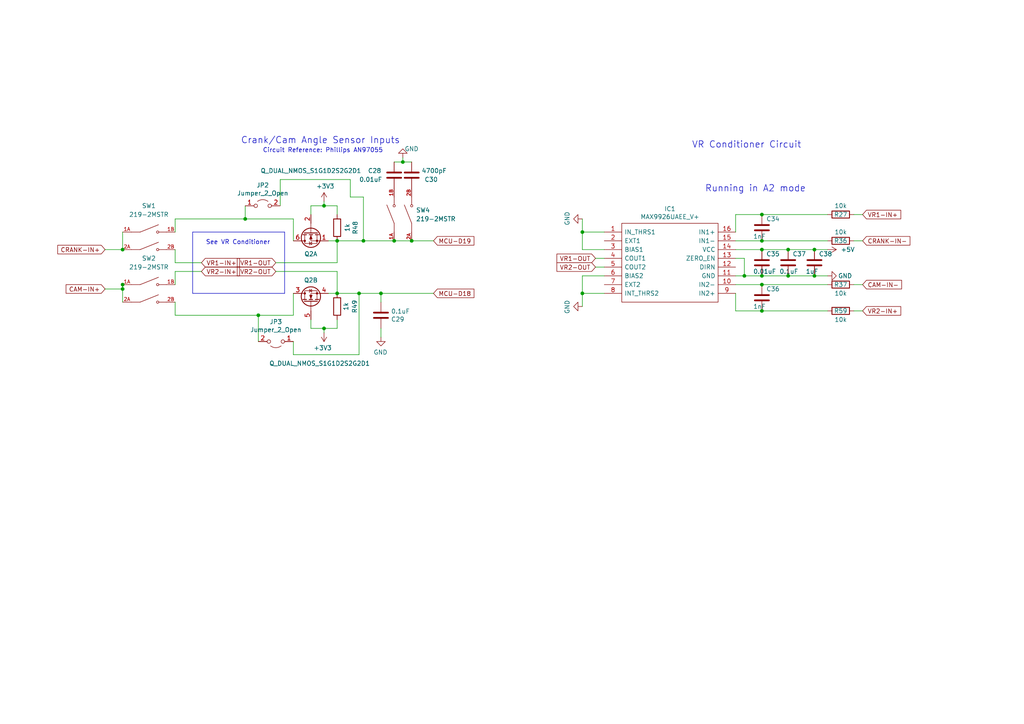
<source format=kicad_sch>
(kicad_sch (version 20230121) (generator eeschema)

  (uuid b55810e0-896c-448e-aeab-bd3d9edd6018)

  (paper "A4")

  (lib_symbols
    (symbol "AeonLabs_connectors:DIP_switch_2_toggle" (pin_names (offset 1.016)) (in_bom yes) (on_board yes)
      (property "Reference" "S" (at -2.54 5.08 0)
        (effects (font (size 1.27 1.27)) (justify left bottom))
      )
      (property "Value" "219-2MSTR" (at 5.08 13.97 0)
        (effects (font (size 1.27 1.27)) (justify left top))
      )
      (property "Footprint" "AeonLabs_Connectors:Dip Switch 2 toggle" (at 0 8.89 0)
        (effects (font (size 1.27 1.27)) (justify bottom) hide)
      )
      (property "Datasheet" "" (at 0 0 0)
        (effects (font (size 1.27 1.27)) hide)
      )
      (property "STANDARD" "Manufacturer Recommendations" (at 0 7.62 0)
        (effects (font (size 1.27 1.27)) (justify bottom) hide)
      )
      (property "MAXIMUM_PACKAGE_HEIGHT" "3.85mm" (at 0 16.51 0)
        (effects (font (size 1.27 1.27)) (justify bottom) hide)
      )
      (property "MANUFACTURER" "CTS" (at -1.27 12.7 0)
        (effects (font (size 1.27 1.27)) (justify bottom) hide)
      )
      (property "PARTREV" "B" (at 0 0 0)
        (effects (font (size 1.27 1.27)) (justify bottom) hide)
      )
      (symbol "DIP_switch_2_toggle_0_0"
        (polyline
          (pts
            (xy -2.54 -2.54)
            (xy -5.08 -2.54)
          )
          (stroke (width 0.1524) (type default))
          (fill (type none))
        )
        (polyline
          (pts
            (xy -2.54 -2.54)
            (xy 2.794 -0.4064)
          )
          (stroke (width 0.1524) (type default))
          (fill (type none))
        )
        (polyline
          (pts
            (xy -2.54 2.54)
            (xy -5.08 2.54)
          )
          (stroke (width 0.1524) (type default))
          (fill (type none))
        )
        (polyline
          (pts
            (xy -2.54 2.54)
            (xy 2.794 4.6736)
          )
          (stroke (width 0.1524) (type default))
          (fill (type none))
        )
        (polyline
          (pts
            (xy 5.08 -2.54)
            (xy 2.921 -2.54)
          )
          (stroke (width 0.1524) (type default))
          (fill (type none))
        )
        (polyline
          (pts
            (xy 5.08 2.54)
            (xy 2.921 2.54)
          )
          (stroke (width 0.1524) (type default))
          (fill (type none))
        )
        (circle (center 2.54 -2.54) (radius 0.3302)
          (stroke (width 0.1524) (type default))
          (fill (type none))
        )
        (circle (center 2.54 2.54) (radius 0.3302)
          (stroke (width 0.1524) (type default))
          (fill (type none))
        )
        (pin passive line (at -7.62 2.54 0) (length 2.54)
          (name "~" (effects (font (size 1.016 1.016))))
          (number "1A" (effects (font (size 1.016 1.016))))
        )
        (pin passive line (at 7.62 2.54 180) (length 2.54)
          (name "~" (effects (font (size 1.016 1.016))))
          (number "1B" (effects (font (size 1.016 1.016))))
        )
        (pin passive line (at -7.62 -2.54 0) (length 2.54)
          (name "~" (effects (font (size 1.016 1.016))))
          (number "2A" (effects (font (size 1.016 1.016))))
        )
        (pin passive line (at 7.62 -2.54 180) (length 2.54)
          (name "~" (effects (font (size 1.016 1.016))))
          (number "2B" (effects (font (size 1.016 1.016))))
        )
      )
    )
    (symbol "Device:C" (pin_numbers hide) (pin_names (offset 0.254)) (in_bom yes) (on_board yes)
      (property "Reference" "C" (at 0.635 2.54 0)
        (effects (font (size 1.27 1.27)) (justify left))
      )
      (property "Value" "C" (at 0.635 -2.54 0)
        (effects (font (size 1.27 1.27)) (justify left))
      )
      (property "Footprint" "" (at 0.9652 -3.81 0)
        (effects (font (size 1.27 1.27)) hide)
      )
      (property "Datasheet" "~" (at 0 0 0)
        (effects (font (size 1.27 1.27)) hide)
      )
      (property "ki_keywords" "cap capacitor" (at 0 0 0)
        (effects (font (size 1.27 1.27)) hide)
      )
      (property "ki_description" "Unpolarized capacitor" (at 0 0 0)
        (effects (font (size 1.27 1.27)) hide)
      )
      (property "ki_fp_filters" "C_*" (at 0 0 0)
        (effects (font (size 1.27 1.27)) hide)
      )
      (symbol "C_0_1"
        (polyline
          (pts
            (xy -2.032 -0.762)
            (xy 2.032 -0.762)
          )
          (stroke (width 0.508) (type default))
          (fill (type none))
        )
        (polyline
          (pts
            (xy -2.032 0.762)
            (xy 2.032 0.762)
          )
          (stroke (width 0.508) (type default))
          (fill (type none))
        )
      )
      (symbol "C_1_1"
        (pin passive line (at 0 3.81 270) (length 2.794)
          (name "~" (effects (font (size 1.27 1.27))))
          (number "1" (effects (font (size 1.27 1.27))))
        )
        (pin passive line (at 0 -3.81 90) (length 2.794)
          (name "~" (effects (font (size 1.27 1.27))))
          (number "2" (effects (font (size 1.27 1.27))))
        )
      )
    )
    (symbol "Device:Q_DUAL_NMOS_S1G1D2S2G2D1" (pin_names (offset 0) hide) (in_bom yes) (on_board yes)
      (property "Reference" "Q" (at 6.35 1.27 0)
        (effects (font (size 1.27 1.27)))
      )
      (property "Value" "Device_Q_DUAL_NMOS_S1G1D2S2G2D1" (at 19.05 -1.27 0)
        (effects (font (size 1.27 1.27)))
      )
      (property "Footprint" "" (at 5.08 0 0)
        (effects (font (size 1.27 1.27)) hide)
      )
      (property "Datasheet" "" (at 5.08 0 0)
        (effects (font (size 1.27 1.27)) hide)
      )
      (property "ki_fp_filters" "TSOP* SC?70* SC?88* SOT?363*" (at 0 0 0)
        (effects (font (size 1.27 1.27)) hide)
      )
      (symbol "Q_DUAL_NMOS_S1G1D2S2G2D1_0_1"
        (polyline
          (pts
            (xy 0.254 0)
            (xy -2.54 0)
          )
          (stroke (width 0) (type default))
          (fill (type none))
        )
        (polyline
          (pts
            (xy 0.254 1.905)
            (xy 0.254 -1.905)
          )
          (stroke (width 0.254) (type default))
          (fill (type none))
        )
        (polyline
          (pts
            (xy 0.762 -1.27)
            (xy 0.762 -2.286)
          )
          (stroke (width 0.254) (type default))
          (fill (type none))
        )
        (polyline
          (pts
            (xy 0.762 0.508)
            (xy 0.762 -0.508)
          )
          (stroke (width 0.254) (type default))
          (fill (type none))
        )
        (polyline
          (pts
            (xy 0.762 2.286)
            (xy 0.762 1.27)
          )
          (stroke (width 0.254) (type default))
          (fill (type none))
        )
        (polyline
          (pts
            (xy 2.54 2.54)
            (xy 2.54 1.778)
          )
          (stroke (width 0) (type default))
          (fill (type none))
        )
        (polyline
          (pts
            (xy 2.54 -2.54)
            (xy 2.54 0)
            (xy 0.762 0)
          )
          (stroke (width 0) (type default))
          (fill (type none))
        )
        (polyline
          (pts
            (xy 0.762 -1.778)
            (xy 3.302 -1.778)
            (xy 3.302 1.778)
            (xy 0.762 1.778)
          )
          (stroke (width 0) (type default))
          (fill (type none))
        )
        (polyline
          (pts
            (xy 1.016 0)
            (xy 2.032 0.381)
            (xy 2.032 -0.381)
            (xy 1.016 0)
          )
          (stroke (width 0) (type default))
          (fill (type outline))
        )
        (polyline
          (pts
            (xy 2.794 0.508)
            (xy 2.921 0.381)
            (xy 3.683 0.381)
            (xy 3.81 0.254)
          )
          (stroke (width 0) (type default))
          (fill (type none))
        )
        (polyline
          (pts
            (xy 3.302 0.381)
            (xy 2.921 -0.254)
            (xy 3.683 -0.254)
            (xy 3.302 0.381)
          )
          (stroke (width 0) (type default))
          (fill (type none))
        )
        (circle (center 1.651 0) (radius 2.794)
          (stroke (width 0.254) (type default))
          (fill (type none))
        )
        (circle (center 2.54 -1.778) (radius 0.254)
          (stroke (width 0) (type default))
          (fill (type outline))
        )
        (circle (center 2.54 1.778) (radius 0.254)
          (stroke (width 0) (type default))
          (fill (type outline))
        )
      )
      (symbol "Q_DUAL_NMOS_S1G1D2S2G2D1_1_1"
        (pin passive line (at 2.54 -5.08 90) (length 2.54)
          (name "S" (effects (font (size 1.27 1.27))))
          (number "1" (effects (font (size 1.27 1.27))))
        )
        (pin input line (at -5.08 0 0) (length 2.54)
          (name "G" (effects (font (size 1.27 1.27))))
          (number "2" (effects (font (size 1.27 1.27))))
        )
        (pin passive line (at 2.54 5.08 270) (length 2.54)
          (name "D" (effects (font (size 1.27 1.27))))
          (number "6" (effects (font (size 1.27 1.27))))
        )
      )
      (symbol "Q_DUAL_NMOS_S1G1D2S2G2D1_2_1"
        (pin passive line (at 2.54 5.08 270) (length 2.54)
          (name "D" (effects (font (size 1.27 1.27))))
          (number "3" (effects (font (size 1.27 1.27))))
        )
        (pin passive line (at 2.54 -5.08 90) (length 2.54)
          (name "S" (effects (font (size 1.27 1.27))))
          (number "4" (effects (font (size 1.27 1.27))))
        )
        (pin input line (at -5.08 0 0) (length 2.54)
          (name "G" (effects (font (size 1.27 1.27))))
          (number "5" (effects (font (size 1.27 1.27))))
        )
      )
    )
    (symbol "Device:R" (pin_numbers hide) (pin_names (offset 0)) (in_bom yes) (on_board yes)
      (property "Reference" "R" (at 2.032 0 90)
        (effects (font (size 1.27 1.27)))
      )
      (property "Value" "R" (at 0 0 90)
        (effects (font (size 1.27 1.27)))
      )
      (property "Footprint" "" (at -1.778 0 90)
        (effects (font (size 1.27 1.27)) hide)
      )
      (property "Datasheet" "~" (at 0 0 0)
        (effects (font (size 1.27 1.27)) hide)
      )
      (property "ki_keywords" "R res resistor" (at 0 0 0)
        (effects (font (size 1.27 1.27)) hide)
      )
      (property "ki_description" "Resistor" (at 0 0 0)
        (effects (font (size 1.27 1.27)) hide)
      )
      (property "ki_fp_filters" "R_*" (at 0 0 0)
        (effects (font (size 1.27 1.27)) hide)
      )
      (symbol "R_0_1"
        (rectangle (start -1.016 -2.54) (end 1.016 2.54)
          (stroke (width 0.254) (type default))
          (fill (type none))
        )
      )
      (symbol "R_1_1"
        (pin passive line (at 0 3.81 270) (length 1.27)
          (name "~" (effects (font (size 1.27 1.27))))
          (number "1" (effects (font (size 1.27 1.27))))
        )
        (pin passive line (at 0 -3.81 90) (length 1.27)
          (name "~" (effects (font (size 1.27 1.27))))
          (number "2" (effects (font (size 1.27 1.27))))
        )
      )
    )
    (symbol "IC_Automotive:MAX9926UAEE_V+" (pin_names (offset 0.762)) (in_bom yes) (on_board yes)
      (property "Reference" "IC" (at 34.29 7.62 0)
        (effects (font (size 1.27 1.27)) (justify left))
      )
      (property "Value" "MAX9926UAEE_V+" (at 34.29 5.08 0)
        (effects (font (size 1.27 1.27)) (justify left))
      )
      (property "Footprint" "SOP64P602X175-16N" (at 34.29 2.54 0)
        (effects (font (size 1.27 1.27)) (justify left) hide)
      )
      (property "Datasheet" "https://componentsearchengine.com/Datasheets/1/MAX9926UAEE_V+.pdf" (at 34.29 0 0)
        (effects (font (size 1.27 1.27)) (justify left) hide)
      )
      (property "Description" "Sensor Interface Variable-Reluctance Sensor Interface" (at 34.29 -2.54 0)
        (effects (font (size 1.27 1.27)) (justify left) hide)
      )
      (property "Height" "1.75" (at 34.29 -5.08 0)
        (effects (font (size 1.27 1.27)) (justify left) hide)
      )
      (property "Manufacturer_Name" "Maxim Integrated" (at 34.29 -7.62 0)
        (effects (font (size 1.27 1.27)) (justify left) hide)
      )
      (property "Manufacturer_Part_Number" "MAX9926UAEE/V+" (at 34.29 -10.16 0)
        (effects (font (size 1.27 1.27)) (justify left) hide)
      )
      (property "Mouser Part Number" "700-MAX9926UAEE/V+" (at 34.29 -12.7 0)
        (effects (font (size 1.27 1.27)) (justify left) hide)
      )
      (property "Mouser Price/Stock" "https://www.mouser.com/Search/Refine.aspx?Keyword=700-MAX9926UAEE%2FV%2B" (at 34.29 -15.24 0)
        (effects (font (size 1.27 1.27)) (justify left) hide)
      )
      (property "ki_description" "Sensor Interface Variable-Reluctance Sensor Interface" (at 0 0 0)
        (effects (font (size 1.27 1.27)) hide)
      )
      (symbol "MAX9926UAEE_V+_0_0"
        (pin input line (at 0 0 0) (length 5.08)
          (name "IN_THRS1" (effects (font (size 1.27 1.27))))
          (number "1" (effects (font (size 1.27 1.27))))
        )
        (pin input line (at 38.1 -15.24 180) (length 5.08)
          (name "IN2-" (effects (font (size 1.27 1.27))))
          (number "10" (effects (font (size 1.27 1.27))))
        )
        (pin power_in line (at 38.1 -12.7 180) (length 5.08)
          (name "GND" (effects (font (size 1.27 1.27))))
          (number "11" (effects (font (size 1.27 1.27))))
        )
        (pin output line (at 38.1 -10.16 180) (length 5.08)
          (name "DIRN" (effects (font (size 1.27 1.27))))
          (number "12" (effects (font (size 1.27 1.27))))
        )
        (pin input line (at 38.1 -7.62 180) (length 5.08)
          (name "ZERO_EN" (effects (font (size 1.27 1.27))))
          (number "13" (effects (font (size 1.27 1.27))))
        )
        (pin power_in line (at 38.1 -5.08 180) (length 5.08)
          (name "VCC" (effects (font (size 1.27 1.27))))
          (number "14" (effects (font (size 1.27 1.27))))
        )
        (pin input line (at 38.1 -2.54 180) (length 5.08)
          (name "IN1-" (effects (font (size 1.27 1.27))))
          (number "15" (effects (font (size 1.27 1.27))))
        )
        (pin input line (at 38.1 0 180) (length 5.08)
          (name "IN1+" (effects (font (size 1.27 1.27))))
          (number "16" (effects (font (size 1.27 1.27))))
        )
        (pin input line (at 0 -2.54 0) (length 5.08)
          (name "EXT1" (effects (font (size 1.27 1.27))))
          (number "2" (effects (font (size 1.27 1.27))))
        )
        (pin input line (at 0 -5.08 0) (length 5.08)
          (name "BIAS1" (effects (font (size 1.27 1.27))))
          (number "3" (effects (font (size 1.27 1.27))))
        )
        (pin output line (at 0 -7.62 0) (length 5.08)
          (name "COUT1" (effects (font (size 1.27 1.27))))
          (number "4" (effects (font (size 1.27 1.27))))
        )
        (pin output line (at 0 -10.16 0) (length 5.08)
          (name "COUT2" (effects (font (size 1.27 1.27))))
          (number "5" (effects (font (size 1.27 1.27))))
        )
        (pin input line (at 0 -12.7 0) (length 5.08)
          (name "BIAS2" (effects (font (size 1.27 1.27))))
          (number "6" (effects (font (size 1.27 1.27))))
        )
        (pin input line (at 0 -15.24 0) (length 5.08)
          (name "EXT2" (effects (font (size 1.27 1.27))))
          (number "7" (effects (font (size 1.27 1.27))))
        )
        (pin input line (at 0 -17.78 0) (length 5.08)
          (name "INT_THRS2" (effects (font (size 1.27 1.27))))
          (number "8" (effects (font (size 1.27 1.27))))
        )
        (pin input line (at 38.1 -17.78 180) (length 5.08)
          (name "IN2+" (effects (font (size 1.27 1.27))))
          (number "9" (effects (font (size 1.27 1.27))))
        )
      )
      (symbol "MAX9926UAEE_V+_0_1"
        (polyline
          (pts
            (xy 5.08 2.54)
            (xy 33.02 2.54)
            (xy 33.02 -20.32)
            (xy 5.08 -20.32)
            (xy 5.08 2.54)
          )
          (stroke (width 0.1524) (type default))
          (fill (type none))
        )
      )
    )
    (symbol "Jumper:Jumper_2_Open" (pin_names (offset 0) hide) (in_bom yes) (on_board yes)
      (property "Reference" "JP" (at 0 2.794 0)
        (effects (font (size 1.27 1.27)))
      )
      (property "Value" "Jumper_2_Open" (at 0 -2.286 0)
        (effects (font (size 1.27 1.27)))
      )
      (property "Footprint" "" (at 0 0 0)
        (effects (font (size 1.27 1.27)) hide)
      )
      (property "Datasheet" "~" (at 0 0 0)
        (effects (font (size 1.27 1.27)) hide)
      )
      (property "ki_keywords" "Jumper SPST" (at 0 0 0)
        (effects (font (size 1.27 1.27)) hide)
      )
      (property "ki_description" "Jumper, 2-pole, open" (at 0 0 0)
        (effects (font (size 1.27 1.27)) hide)
      )
      (property "ki_fp_filters" "Jumper* TestPoint*2Pads* TestPoint*Bridge*" (at 0 0 0)
        (effects (font (size 1.27 1.27)) hide)
      )
      (symbol "Jumper_2_Open_0_0"
        (circle (center -2.032 0) (radius 0.508)
          (stroke (width 0) (type default))
          (fill (type none))
        )
        (circle (center 2.032 0) (radius 0.508)
          (stroke (width 0) (type default))
          (fill (type none))
        )
      )
      (symbol "Jumper_2_Open_0_1"
        (arc (start 1.524 1.27) (mid 0 1.778) (end -1.524 1.27)
          (stroke (width 0) (type default))
          (fill (type none))
        )
      )
      (symbol "Jumper_2_Open_1_1"
        (pin passive line (at -5.08 0 0) (length 2.54)
          (name "A" (effects (font (size 1.27 1.27))))
          (number "1" (effects (font (size 1.27 1.27))))
        )
        (pin passive line (at 5.08 0 180) (length 2.54)
          (name "B" (effects (font (size 1.27 1.27))))
          (number "2" (effects (font (size 1.27 1.27))))
        )
      )
    )
    (symbol "power:+3V3" (power) (pin_names (offset 0)) (in_bom yes) (on_board yes)
      (property "Reference" "#PWR" (at 0 -3.81 0)
        (effects (font (size 1.27 1.27)) hide)
      )
      (property "Value" "+3V3" (at 0 3.556 0)
        (effects (font (size 1.27 1.27)))
      )
      (property "Footprint" "" (at 0 0 0)
        (effects (font (size 1.27 1.27)) hide)
      )
      (property "Datasheet" "" (at 0 0 0)
        (effects (font (size 1.27 1.27)) hide)
      )
      (property "ki_keywords" "power-flag" (at 0 0 0)
        (effects (font (size 1.27 1.27)) hide)
      )
      (property "ki_description" "Power symbol creates a global label with name \"+3V3\"" (at 0 0 0)
        (effects (font (size 1.27 1.27)) hide)
      )
      (symbol "+3V3_0_1"
        (polyline
          (pts
            (xy -0.762 1.27)
            (xy 0 2.54)
          )
          (stroke (width 0) (type default))
          (fill (type none))
        )
        (polyline
          (pts
            (xy 0 0)
            (xy 0 2.54)
          )
          (stroke (width 0) (type default))
          (fill (type none))
        )
        (polyline
          (pts
            (xy 0 2.54)
            (xy 0.762 1.27)
          )
          (stroke (width 0) (type default))
          (fill (type none))
        )
      )
      (symbol "+3V3_1_1"
        (pin power_in line (at 0 0 90) (length 0) hide
          (name "+3V3" (effects (font (size 1.27 1.27))))
          (number "1" (effects (font (size 1.27 1.27))))
        )
      )
    )
    (symbol "power:+5V" (power) (pin_names (offset 0)) (in_bom yes) (on_board yes)
      (property "Reference" "#PWR" (at 0 -3.81 0)
        (effects (font (size 1.27 1.27)) hide)
      )
      (property "Value" "+5V" (at 0 3.556 0)
        (effects (font (size 1.27 1.27)))
      )
      (property "Footprint" "" (at 0 0 0)
        (effects (font (size 1.27 1.27)) hide)
      )
      (property "Datasheet" "" (at 0 0 0)
        (effects (font (size 1.27 1.27)) hide)
      )
      (property "ki_keywords" "power-flag" (at 0 0 0)
        (effects (font (size 1.27 1.27)) hide)
      )
      (property "ki_description" "Power symbol creates a global label with name \"+5V\"" (at 0 0 0)
        (effects (font (size 1.27 1.27)) hide)
      )
      (symbol "+5V_0_1"
        (polyline
          (pts
            (xy -0.762 1.27)
            (xy 0 2.54)
          )
          (stroke (width 0) (type default))
          (fill (type none))
        )
        (polyline
          (pts
            (xy 0 0)
            (xy 0 2.54)
          )
          (stroke (width 0) (type default))
          (fill (type none))
        )
        (polyline
          (pts
            (xy 0 2.54)
            (xy 0.762 1.27)
          )
          (stroke (width 0) (type default))
          (fill (type none))
        )
      )
      (symbol "+5V_1_1"
        (pin power_in line (at 0 0 90) (length 0) hide
          (name "+5V" (effects (font (size 1.27 1.27))))
          (number "1" (effects (font (size 1.27 1.27))))
        )
      )
    )
    (symbol "power:GND" (power) (pin_names (offset 0)) (in_bom yes) (on_board yes)
      (property "Reference" "#PWR" (at 0 -6.35 0)
        (effects (font (size 1.27 1.27)) hide)
      )
      (property "Value" "GND" (at 0 -3.81 0)
        (effects (font (size 1.27 1.27)))
      )
      (property "Footprint" "" (at 0 0 0)
        (effects (font (size 1.27 1.27)) hide)
      )
      (property "Datasheet" "" (at 0 0 0)
        (effects (font (size 1.27 1.27)) hide)
      )
      (property "ki_keywords" "power-flag" (at 0 0 0)
        (effects (font (size 1.27 1.27)) hide)
      )
      (property "ki_description" "Power symbol creates a global label with name \"GND\" , ground" (at 0 0 0)
        (effects (font (size 1.27 1.27)) hide)
      )
      (symbol "GND_0_1"
        (polyline
          (pts
            (xy 0 0)
            (xy 0 -1.27)
            (xy 1.27 -1.27)
            (xy 0 -2.54)
            (xy -1.27 -1.27)
            (xy 0 -1.27)
          )
          (stroke (width 0) (type default))
          (fill (type none))
        )
      )
      (symbol "GND_1_1"
        (pin power_in line (at 0 0 270) (length 0) hide
          (name "GND" (effects (font (size 1.27 1.27))))
          (number "1" (effects (font (size 1.27 1.27))))
        )
      )
    )
  )

  (junction (at 97.79 69.85) (diameter 0) (color 0 0 0 0)
    (uuid 00ed4ad5-9950-491c-996e-6baabaae25cd)
  )
  (junction (at 236.22 80.01) (diameter 0) (color 0 0 0 0)
    (uuid 026b828f-c145-44b8-a87b-17083d2686fc)
  )
  (junction (at 228.6 72.39) (diameter 0) (color 0 0 0 0)
    (uuid 0d3818a7-4550-4541-81fa-45f62331b55d)
  )
  (junction (at 114.3254 69.85) (diameter 0) (color 0 0 0 0)
    (uuid 210d9700-91a7-47f7-acdd-f897ed781862)
  )
  (junction (at 220.98 62.23) (diameter 0) (color 0 0 0 0)
    (uuid 22202db7-fce3-4c9f-9e9d-5e844bf305cb)
  )
  (junction (at 116.84 46.99) (diameter 0) (color 0 0 0 0)
    (uuid 248f6466-cf53-4b88-98c8-ed43e230e41f)
  )
  (junction (at 220.98 72.39) (diameter 0) (color 0 0 0 0)
    (uuid 33e380ea-342b-4d64-ba82-24622d1ef4c9)
  )
  (junction (at 119.4054 69.85) (diameter 0) (color 0 0 0 0)
    (uuid 37db4c9c-d579-480b-ad98-cc6456535c98)
  )
  (junction (at 71.12 63.5) (diameter 0) (color 0 0 0 0)
    (uuid 3a86f6c2-5c5a-4a7c-bab3-4e0a21235fed)
  )
  (junction (at 220.98 90.17) (diameter 0) (color 0 0 0 0)
    (uuid 449ef6e4-6c58-414e-8a49-6c0ed0a23852)
  )
  (junction (at 74.93 91.44) (diameter 0) (color 0 0 0 0)
    (uuid 46adbde6-4156-414c-a677-91a5d52c06f0)
  )
  (junction (at 236.22 72.39) (diameter 0) (color 0 0 0 0)
    (uuid 4aa01502-a87f-4de6-abc3-8a09d0f4c429)
  )
  (junction (at 35.56 82.55) (diameter 0) (color 0 0 0 0)
    (uuid 4e824a67-eec7-43b7-a588-1a1852ec788a)
  )
  (junction (at 168.91 85.09) (diameter 0) (color 0 0 0 0)
    (uuid 57f1b421-32fe-4316-8a13-1ecb16ddbbaf)
  )
  (junction (at 35.56 83.82) (diameter 0) (color 0 0 0 0)
    (uuid 5eea6d4f-ec24-4786-9a0d-1bb8c40e2658)
  )
  (junction (at 105.41 69.85) (diameter 0) (color 0 0 0 0)
    (uuid 66bc6277-2edc-41bc-8067-43e8d3ce64b9)
  )
  (junction (at 35.56 72.39) (diameter 0) (color 0 0 0 0)
    (uuid 6b4909e6-3b01-4468-aff3-76a70d080379)
  )
  (junction (at 93.98 59.69) (diameter 0) (color 0 0 0 0)
    (uuid 72d39e4b-44f5-4281-b033-e2e5c94239e3)
  )
  (junction (at 110.49 85.09) (diameter 0) (color 0 0 0 0)
    (uuid 78209a31-876f-4c56-841c-74e6cb8fd1d6)
  )
  (junction (at 220.98 69.85) (diameter 0) (color 0 0 0 0)
    (uuid 7b7c5038-bd90-4f0e-a794-a6443590ebe7)
  )
  (junction (at 104.14 85.09) (diameter 0) (color 0 0 0 0)
    (uuid 841dcfc1-05d2-482f-8100-5ec8c2f19947)
  )
  (junction (at 220.98 82.55) (diameter 0) (color 0 0 0 0)
    (uuid 8e4c9e82-c41a-4812-b84e-cc17c8ff1a3c)
  )
  (junction (at 215.9 80.01) (diameter 0) (color 0 0 0 0)
    (uuid 99925a09-3547-4bbc-8891-512afa7e0bb6)
  )
  (junction (at 168.91 67.31) (diameter 0) (color 0 0 0 0)
    (uuid b8f8c374-0785-47df-9952-6aef91a53fcd)
  )
  (junction (at 228.6 80.01) (diameter 0) (color 0 0 0 0)
    (uuid ce21ff00-00b8-4ed8-9417-82388977baeb)
  )
  (junction (at 93.98 95.25) (diameter 0) (color 0 0 0 0)
    (uuid d0967631-70ce-4dc5-af44-fe7684a689a6)
  )
  (junction (at 97.79 85.09) (diameter 0) (color 0 0 0 0)
    (uuid e5def493-88f3-484e-a76c-67264137c9f7)
  )
  (junction (at 220.98 80.01) (diameter 0) (color 0 0 0 0)
    (uuid f2432da9-7fb9-4817-b2fc-dc1f41d2c4ed)
  )

  (wire (pts (xy 168.91 85.09) (xy 175.26 85.09))
    (stroke (width 0) (type default))
    (uuid 022f0153-6de4-4161-88d2-01a4cb90bd6d)
  )
  (wire (pts (xy 240.03 90.17) (xy 220.98 90.17))
    (stroke (width 0) (type default))
    (uuid 07f5ac9a-8b6f-4906-8a20-cf0809858635)
  )
  (wire (pts (xy 236.22 72.39) (xy 228.6 72.39))
    (stroke (width 0) (type default))
    (uuid 0c926f8b-4916-443b-b8d5-b5866414d198)
  )
  (wire (pts (xy 215.9 74.93) (xy 215.9 80.01))
    (stroke (width 0) (type default))
    (uuid 0cd43162-d8ba-4471-8d8c-262ecff93e7b)
  )
  (wire (pts (xy 74.93 99.06) (xy 74.93 91.44))
    (stroke (width 0) (type default))
    (uuid 15c65522-24fa-4b4d-9b33-0ab7e606bd74)
  )
  (wire (pts (xy 30.48 72.39) (xy 35.56 72.39))
    (stroke (width 0) (type default))
    (uuid 1830fda6-2b6e-4a4c-a29f-36393253ca71)
  )
  (polyline (pts (xy 55.88 85.09) (xy 55.88 67.31))
    (stroke (width 0) (type default))
    (uuid 1ac507d6-1473-4dee-88e8-4ede4e009385)
  )

  (wire (pts (xy 172.72 74.93) (xy 175.26 74.93))
    (stroke (width 0) (type default))
    (uuid 1d671802-4234-43f9-91df-8cd809f79621)
  )
  (wire (pts (xy 71.12 59.69) (xy 71.12 63.5))
    (stroke (width 0) (type default))
    (uuid 2023edfa-31eb-4ce8-bbfb-1b3ee06a646a)
  )
  (wire (pts (xy 85.09 69.85) (xy 85.09 63.5))
    (stroke (width 0) (type default))
    (uuid 26fa0e55-ded5-4fdc-9c3a-463e0e15d145)
  )
  (wire (pts (xy 105.41 57.15) (xy 105.41 69.85))
    (stroke (width 0) (type default))
    (uuid 299ed31b-8320-42e3-a997-78990b515eff)
  )
  (wire (pts (xy 81.28 59.69) (xy 81.28 52.07))
    (stroke (width 0) (type default))
    (uuid 2de4b987-0841-4651-8ab8-607d0e4adada)
  )
  (wire (pts (xy 80.01 78.74) (xy 97.79 78.74))
    (stroke (width 0) (type default))
    (uuid 313c8e97-968d-4155-bdc2-52451d165bb8)
  )
  (wire (pts (xy 168.91 88.9) (xy 168.91 85.09))
    (stroke (width 0) (type default))
    (uuid 32b96d9a-0a5e-42a7-ab3f-5181e8cf124c)
  )
  (wire (pts (xy 240.03 82.55) (xy 220.98 82.55))
    (stroke (width 0) (type default))
    (uuid 33dbf12d-2e96-440c-b384-43aac3b4f48b)
  )
  (wire (pts (xy 50.8 67.31) (xy 50.8 63.5))
    (stroke (width 0) (type default))
    (uuid 37b255e2-efee-4fcd-b8ae-9435d8ac473f)
  )
  (wire (pts (xy 90.17 59.69) (xy 93.98 59.69))
    (stroke (width 0) (type default))
    (uuid 3b95f19e-dfe9-4809-9985-1533f5c5f1ca)
  )
  (wire (pts (xy 97.79 95.25) (xy 97.79 92.71))
    (stroke (width 0) (type default))
    (uuid 3e3d2259-1692-4de2-b702-706e9e2e5d48)
  )
  (wire (pts (xy 114.3254 46.99) (xy 116.84 46.99))
    (stroke (width 0) (type default))
    (uuid 3f0fea15-cd68-4864-ba47-9c7e050cf700)
  )
  (wire (pts (xy 168.91 67.31) (xy 175.26 67.31))
    (stroke (width 0) (type default))
    (uuid 3fb12ec4-7d62-47f1-ba8f-7989aeba6904)
  )
  (wire (pts (xy 240.03 72.39) (xy 236.22 72.39))
    (stroke (width 0) (type default))
    (uuid 403df5c3-9296-4e57-9eb2-73ccbcd04e94)
  )
  (wire (pts (xy 220.98 82.55) (xy 213.36 82.55))
    (stroke (width 0) (type default))
    (uuid 40b30d9a-4fb0-4992-8f57-b9024316f667)
  )
  (wire (pts (xy 110.49 97.79) (xy 110.49 95.25))
    (stroke (width 0) (type default))
    (uuid 45216f8d-d63e-4d50-87bb-44e42af97b9f)
  )
  (wire (pts (xy 220.98 69.85) (xy 213.36 69.85))
    (stroke (width 0) (type default))
    (uuid 45d131ce-14f9-4a46-8768-52102e0c9a95)
  )
  (wire (pts (xy 101.6 52.07) (xy 101.6 57.15))
    (stroke (width 0) (type default))
    (uuid 46a60137-2053-422a-b5c5-c89257ba074c)
  )
  (wire (pts (xy 50.8 72.39) (xy 50.8 76.2))
    (stroke (width 0) (type default))
    (uuid 46da499a-a40a-4914-ad10-277d453bd093)
  )
  (wire (pts (xy 168.91 80.01) (xy 168.91 85.09))
    (stroke (width 0) (type default))
    (uuid 47d8f9e4-65b8-4e24-a41b-0863b0041451)
  )
  (wire (pts (xy 250.19 62.23) (xy 247.65 62.23))
    (stroke (width 0) (type default))
    (uuid 49e717ca-b0d0-414e-b5e8-1510a280c2b7)
  )
  (wire (pts (xy 93.98 59.69) (xy 97.79 59.69))
    (stroke (width 0) (type default))
    (uuid 50bf00c7-c69d-47e9-8d7f-002d8001f5dd)
  )
  (wire (pts (xy 213.36 90.17) (xy 213.36 85.09))
    (stroke (width 0) (type default))
    (uuid 5176d4fb-d06f-4620-a08a-213e466c1dc6)
  )
  (wire (pts (xy 97.79 85.09) (xy 104.14 85.09))
    (stroke (width 0) (type default))
    (uuid 51ff1bf7-d1a9-414b-a75f-2053be26c032)
  )
  (wire (pts (xy 81.28 52.07) (xy 101.6 52.07))
    (stroke (width 0) (type default))
    (uuid 550b4c3d-d7ae-47ac-897c-516108b07dc8)
  )
  (wire (pts (xy 30.48 83.82) (xy 35.56 83.82))
    (stroke (width 0) (type default))
    (uuid 5619f808-0333-40cf-b4ec-f3a4ff626417)
  )
  (wire (pts (xy 114.3254 69.85) (xy 119.4054 69.85))
    (stroke (width 0) (type default))
    (uuid 5633125b-1236-4108-aaa5-2b6c4c841fc1)
  )
  (wire (pts (xy 93.98 96.52) (xy 93.98 95.25))
    (stroke (width 0) (type default))
    (uuid 5974a4ec-63f6-4ae8-aae7-67d7bef69ac8)
  )
  (wire (pts (xy 168.91 72.39) (xy 168.91 67.31))
    (stroke (width 0) (type default))
    (uuid 5b3c6b2f-addb-494a-9415-fc0b11082cb9)
  )
  (wire (pts (xy 220.98 62.23) (xy 213.36 62.23))
    (stroke (width 0) (type default))
    (uuid 5c708d06-be87-4244-af71-dfe72d1d284a)
  )
  (wire (pts (xy 90.17 92.71) (xy 90.17 95.25))
    (stroke (width 0) (type default))
    (uuid 5d370142-d728-446e-8043-6d3520cc24c0)
  )
  (wire (pts (xy 85.09 102.87) (xy 104.14 102.87))
    (stroke (width 0) (type default))
    (uuid 65ca96f5-0030-4115-9542-307a17c83362)
  )
  (wire (pts (xy 240.03 62.23) (xy 220.98 62.23))
    (stroke (width 0) (type default))
    (uuid 67659644-753d-4e3b-ad90-a04397ee1f5b)
  )
  (wire (pts (xy 213.36 74.93) (xy 215.9 74.93))
    (stroke (width 0) (type default))
    (uuid 6a6b8810-e2b3-4661-a541-2f27ede7461f)
  )
  (wire (pts (xy 50.8 78.74) (xy 58.42 78.74))
    (stroke (width 0) (type default))
    (uuid 6db0610a-b248-4968-b6fa-9dec068589fa)
  )
  (wire (pts (xy 97.79 69.85) (xy 105.41 69.85))
    (stroke (width 0) (type default))
    (uuid 7005c7b0-c02c-46d5-90b4-e0fc60f17383)
  )
  (wire (pts (xy 95.25 69.85) (xy 97.79 69.85))
    (stroke (width 0) (type default))
    (uuid 710deca7-5df4-4e58-8361-22c21253049c)
  )
  (wire (pts (xy 240.03 69.85) (xy 220.98 69.85))
    (stroke (width 0) (type default))
    (uuid 78c93809-c958-455d-931e-82166c718317)
  )
  (wire (pts (xy 116.84 46.99) (xy 119.4054 46.99))
    (stroke (width 0) (type default))
    (uuid 790003db-8fed-4313-a5f1-087fc8e9dbca)
  )
  (wire (pts (xy 93.98 58.42) (xy 93.98 59.69))
    (stroke (width 0) (type default))
    (uuid 7a6076e6-6d66-48be-8e9a-1519a607a41a)
  )
  (wire (pts (xy 104.14 102.87) (xy 104.14 85.09))
    (stroke (width 0) (type default))
    (uuid 7bc6a781-e476-46f0-9b85-c99483575955)
  )
  (wire (pts (xy 97.79 62.23) (xy 97.79 59.69))
    (stroke (width 0) (type default))
    (uuid 83f3526b-98f5-4b5d-ab2d-74f37ebc336d)
  )
  (wire (pts (xy 228.6 72.39) (xy 220.98 72.39))
    (stroke (width 0) (type default))
    (uuid 8566c05b-ea94-45b6-ae2d-b3d013af9086)
  )
  (wire (pts (xy 250.19 69.85) (xy 247.65 69.85))
    (stroke (width 0) (type default))
    (uuid 885ebe43-b6ad-42fe-bc71-d7c9ebc3d292)
  )
  (wire (pts (xy 119.4054 69.85) (xy 125.73 69.85))
    (stroke (width 0) (type default))
    (uuid 889ef09d-3d34-4f57-8bee-1b9553a678b4)
  )
  (wire (pts (xy 175.26 72.39) (xy 168.91 72.39))
    (stroke (width 0) (type default))
    (uuid 8a0f8d63-3995-4e41-bf90-b71b0dd499a1)
  )
  (wire (pts (xy 50.8 76.2) (xy 58.42 76.2))
    (stroke (width 0) (type default))
    (uuid 8efb4e52-4f23-4e66-9ab7-cc0c3a50cd12)
  )
  (wire (pts (xy 35.56 72.39) (xy 35.56 67.31))
    (stroke (width 0) (type default))
    (uuid 8fd77c3d-f2a0-44cb-b71a-cd12609996dc)
  )
  (wire (pts (xy 50.8 91.44) (xy 74.93 91.44))
    (stroke (width 0) (type default))
    (uuid 95e02dbe-c49e-4798-aa7f-6a25f9baf92f)
  )
  (wire (pts (xy 74.93 91.44) (xy 85.09 91.44))
    (stroke (width 0) (type default))
    (uuid 96f4b525-44cb-47ae-85ba-1452b6ebe244)
  )
  (polyline (pts (xy 82.55 67.31) (xy 82.55 85.09))
    (stroke (width 0) (type default))
    (uuid 9aeb054d-65c4-4abe-8a1c-fac7bfbf74b1)
  )

  (wire (pts (xy 80.01 76.2) (xy 97.79 76.2))
    (stroke (width 0) (type default))
    (uuid 9b6e1a8a-2d53-47fe-b32d-fffe2548b697)
  )
  (wire (pts (xy 125.73 85.09) (xy 110.49 85.09))
    (stroke (width 0) (type default))
    (uuid 9b94f3fa-1d5b-4015-98cb-1f8af2b8250c)
  )
  (wire (pts (xy 250.19 82.55) (xy 247.65 82.55))
    (stroke (width 0) (type default))
    (uuid a039598d-b4bf-41c9-bb5d-5731a11b0e9a)
  )
  (wire (pts (xy 175.26 80.01) (xy 168.91 80.01))
    (stroke (width 0) (type default))
    (uuid a32ba608-f4e5-4925-8a6a-700fd798e173)
  )
  (wire (pts (xy 101.6 57.15) (xy 105.41 57.15))
    (stroke (width 0) (type default))
    (uuid a37318fa-8dc9-42f8-88a1-5023278e8589)
  )
  (wire (pts (xy 90.17 62.23) (xy 90.17 59.69))
    (stroke (width 0) (type default))
    (uuid a4e64c80-b2df-4558-a2cb-a8c6591229fc)
  )
  (wire (pts (xy 35.56 83.82) (xy 35.56 82.55))
    (stroke (width 0) (type default))
    (uuid ac5179a4-38bb-4959-a76c-4d38e312ed64)
  )
  (wire (pts (xy 168.91 63.5) (xy 168.91 67.31))
    (stroke (width 0) (type default))
    (uuid afc895d7-8eda-47cc-9033-9533bd648b41)
  )
  (wire (pts (xy 250.19 90.17) (xy 247.65 90.17))
    (stroke (width 0) (type default))
    (uuid b3b28669-632c-4c80-a60b-e834452f83f8)
  )
  (wire (pts (xy 220.98 90.17) (xy 213.36 90.17))
    (stroke (width 0) (type default))
    (uuid b46f2030-47ad-4ec7-9a5d-3e3cb77900ef)
  )
  (wire (pts (xy 50.8 63.5) (xy 71.12 63.5))
    (stroke (width 0) (type default))
    (uuid b530c2f9-6d89-4948-9d76-8bac246377c3)
  )
  (wire (pts (xy 213.36 62.23) (xy 213.36 67.31))
    (stroke (width 0) (type default))
    (uuid ba1f8a34-0d45-4e1d-84bd-eb52bf4a640f)
  )
  (wire (pts (xy 215.9 80.01) (xy 213.36 80.01))
    (stroke (width 0) (type default))
    (uuid bb013d14-9646-4ea4-be29-70d187c17559)
  )
  (polyline (pts (xy 82.55 85.09) (xy 55.88 85.09))
    (stroke (width 0) (type default))
    (uuid bb2c1ee5-68d1-407d-a307-e62f544859c6)
  )
  (polyline (pts (xy 55.88 67.31) (xy 82.55 67.31))
    (stroke (width 0) (type default))
    (uuid bb4a7035-f90e-4d07-853b-36c6c31e27d3)
  )

  (wire (pts (xy 85.09 99.06) (xy 85.09 102.87))
    (stroke (width 0) (type default))
    (uuid be75b37b-9c0e-448c-a8a9-e9c9aa0a3d51)
  )
  (wire (pts (xy 90.17 95.25) (xy 93.98 95.25))
    (stroke (width 0) (type default))
    (uuid c4e8afcf-c65c-4850-8409-fb0558fa1682)
  )
  (wire (pts (xy 93.98 95.25) (xy 97.79 95.25))
    (stroke (width 0) (type default))
    (uuid c54afa4a-7e48-4974-b1c2-36aeae84d1bd)
  )
  (wire (pts (xy 35.56 83.82) (xy 35.5854 83.82))
    (stroke (width 0) (type default))
    (uuid c6227d93-3a54-4f2c-9a80-86ae9fa2ab7c)
  )
  (wire (pts (xy 172.72 77.47) (xy 175.26 77.47))
    (stroke (width 0) (type default))
    (uuid c7744dd2-a1a7-4477-9c00-4cb403b38801)
  )
  (wire (pts (xy 236.22 80.01) (xy 228.6 80.01))
    (stroke (width 0) (type default))
    (uuid ca3447a0-f277-4f17-aec2-eaa40bb8c817)
  )
  (wire (pts (xy 104.14 85.09) (xy 110.49 85.09))
    (stroke (width 0) (type default))
    (uuid cd5d4a39-3bf6-4df0-ae30-52287f16b6b1)
  )
  (wire (pts (xy 35.5854 82.55) (xy 35.56 82.55))
    (stroke (width 0) (type default))
    (uuid d0db424d-b061-41fc-b76a-99a2a88b32dd)
  )
  (wire (pts (xy 97.79 76.2) (xy 97.79 69.85))
    (stroke (width 0) (type default))
    (uuid d204374d-427d-4184-8cac-34c3c45ae776)
  )
  (wire (pts (xy 35.5854 83.82) (xy 35.5854 82.55))
    (stroke (width 0) (type default))
    (uuid d47255c6-112f-4bde-ab3e-13adffa1079c)
  )
  (wire (pts (xy 95.25 85.09) (xy 97.79 85.09))
    (stroke (width 0) (type default))
    (uuid dc5df598-25ef-4925-a3a5-9b60ada93686)
  )
  (wire (pts (xy 220.98 80.01) (xy 215.9 80.01))
    (stroke (width 0) (type default))
    (uuid dff99b7d-44b4-4c8b-a979-a916e87bc0d1)
  )
  (wire (pts (xy 220.98 72.39) (xy 213.36 72.39))
    (stroke (width 0) (type default))
    (uuid e365334a-9b24-441c-9c4e-82464a47a03c)
  )
  (wire (pts (xy 97.79 78.74) (xy 97.79 85.09))
    (stroke (width 0) (type default))
    (uuid e78af261-e770-4c72-a0c3-180fe00974d2)
  )
  (wire (pts (xy 116.84 46.99) (xy 116.84 45.72))
    (stroke (width 0) (type default))
    (uuid e80103aa-5561-41fe-a0b4-fba0004b739b)
  )
  (wire (pts (xy 110.49 85.09) (xy 110.49 87.63))
    (stroke (width 0) (type default))
    (uuid e9ade4da-d6d0-4cff-9a78-03aa3592e3ca)
  )
  (wire (pts (xy 85.09 85.09) (xy 85.09 91.44))
    (stroke (width 0) (type default))
    (uuid ebbc43d7-2147-4d2a-b371-d13ee6abe148)
  )
  (wire (pts (xy 228.6 80.01) (xy 220.98 80.01))
    (stroke (width 0) (type default))
    (uuid eec042a4-4204-4b32-91b3-c391b24c19f9)
  )
  (wire (pts (xy 105.41 69.85) (xy 114.3254 69.85))
    (stroke (width 0) (type default))
    (uuid efbe4d94-a165-4cd8-ac76-bf441374827b)
  )
  (wire (pts (xy 50.8 87.63) (xy 50.8 91.44))
    (stroke (width 0) (type default))
    (uuid f118d4d7-ad75-4218-9f8b-db97f9aedc5e)
  )
  (wire (pts (xy 71.12 63.5) (xy 85.09 63.5))
    (stroke (width 0) (type default))
    (uuid f69aac93-d3de-4f65-b6b0-69b31a1eeedd)
  )
  (wire (pts (xy 240.03 80.01) (xy 236.22 80.01))
    (stroke (width 0) (type default))
    (uuid f6dfbb3b-b43f-42d3-96ef-f25f5dec1e4e)
  )
  (wire (pts (xy 50.8 78.74) (xy 50.8 82.55))
    (stroke (width 0) (type default))
    (uuid f78293ac-1103-4e67-8945-0ff601c7a7ad)
  )
  (wire (pts (xy 35.56 83.82) (xy 35.56 87.63))
    (stroke (width 0) (type default))
    (uuid fe94c500-4723-4940-b5d8-70f2101badee)
  )

  (text "Running in A2 mode" (at 204.47 55.88 0)
    (effects (font (size 1.8796 1.8796)) (justify left bottom))
    (uuid 088e413c-a803-4b02-9ce6-f440126d030a)
  )
  (text "VR Conditioner Circuit" (at 200.66 43.18 0)
    (effects (font (size 1.8796 1.8796)) (justify left bottom))
    (uuid 569a9c2e-4d9d-4c9e-b776-08d9e66a6aa2)
  )
  (text "Crank/Cam Angle Sensor Inputs" (at 69.85 41.91 0)
    (effects (font (size 1.8796 1.8796)) (justify left bottom))
    (uuid 5fb7aa94-9b77-4a5d-a3b3-e79eff69861c)
  )
  (text "See VR Conditioner" (at 59.69 71.12 0)
    (effects (font (size 1.27 1.27)) (justify left bottom))
    (uuid 6281ebbb-35e7-4c8d-ad07-5d6ab74e0763)
  )
  (text "Circuit Reference: Phillips AN97055" (at 76.2 44.45 0)
    (effects (font (size 1.27 1.27)) (justify left bottom))
    (uuid f466f331-9d36-49b0-9c4d-1d6ed3415d0b)
  )

  (global_label "VR2-IN+" (shape input) (at 58.42 78.74 0) (fields_autoplaced)
    (effects (font (size 1.27 1.27)) (justify left))
    (uuid 0a29b72f-42cd-45ef-bfa3-6665ab368e8c)
    (property "Intersheetrefs" "${INTERSHEET_REFS}" (at 69.3198 78.74 0)
      (effects (font (size 1.27 1.27)) (justify left) hide)
    )
  )
  (global_label "CRANK-IN-" (shape input) (at 250.19 69.85 0) (fields_autoplaced)
    (effects (font (size 1.27 1.27)) (justify left))
    (uuid 1309c53f-63a8-43c7-ba00-8fd2a4cb69a1)
    (property "Intersheetrefs" "${INTERSHEET_REFS}" (at 263.7508 69.85 0)
      (effects (font (size 1.27 1.27)) (justify left) hide)
    )
  )
  (global_label "VR1-IN+" (shape input) (at 58.42 76.2 0) (fields_autoplaced)
    (effects (font (size 1.27 1.27)) (justify left))
    (uuid 4b974f11-c11c-4970-bdb9-df6fe7d0b2a6)
    (property "Intersheetrefs" "${INTERSHEET_REFS}" (at 69.3198 76.2 0)
      (effects (font (size 1.27 1.27)) (justify left) hide)
    )
  )
  (global_label "VR2-OUT" (shape input) (at 80.01 78.74 180) (fields_autoplaced)
    (effects (font (size 1.27 1.27)) (justify right))
    (uuid 4d9a5c15-b6c5-47a2-bb8c-738307f9e339)
    (property "Intersheetrefs" "${INTERSHEET_REFS}" (at 68.9893 78.74 0)
      (effects (font (size 1.27 1.27)) (justify right) hide)
    )
  )
  (global_label "VR1-IN+" (shape input) (at 250.19 62.23 0) (fields_autoplaced)
    (effects (font (size 1.27 1.27)) (justify left))
    (uuid 631c2060-4a7b-4228-aa63-2dcbae795b0f)
    (property "Intersheetrefs" "${INTERSHEET_REFS}" (at 261.0898 62.23 0)
      (effects (font (size 1.27 1.27)) (justify left) hide)
    )
  )
  (global_label "VR2-IN+" (shape input) (at 250.19 90.17 0) (fields_autoplaced)
    (effects (font (size 1.27 1.27)) (justify left))
    (uuid 7426b94e-ffc2-452e-843f-c6ffae4705a2)
    (property "Intersheetrefs" "${INTERSHEET_REFS}" (at 261.0898 90.17 0)
      (effects (font (size 1.27 1.27)) (justify left) hide)
    )
  )
  (global_label "MCU-D18" (shape input) (at 125.73 85.09 0) (fields_autoplaced)
    (effects (font (size 1.27 1.27)) (justify left))
    (uuid a6b82443-9372-497e-a356-3173065d1b81)
    (property "Intersheetrefs" "${INTERSHEET_REFS}" (at 137.2949 85.09 0)
      (effects (font (size 1.27 1.27)) (justify left) hide)
    )
  )
  (global_label "CAM-IN-" (shape input) (at 250.19 82.55 0) (fields_autoplaced)
    (effects (font (size 1.27 1.27)) (justify left))
    (uuid aa7337a7-5d79-4c08-a459-a9e6ac935626)
    (property "Intersheetrefs" "${INTERSHEET_REFS}" (at 261.3317 82.55 0)
      (effects (font (size 1.27 1.27)) (justify left) hide)
    )
  )
  (global_label "CAM-IN+" (shape input) (at 30.48 83.82 180) (fields_autoplaced)
    (effects (font (size 1.27 1.27)) (justify right))
    (uuid ae8c28a5-5f9e-40b5-ad38-f4958dc61f60)
    (property "Intersheetrefs" "${INTERSHEET_REFS}" (at 19.3383 83.82 0)
      (effects (font (size 1.27 1.27)) (justify right) hide)
    )
  )
  (global_label "MCU-D19" (shape input) (at 125.73 69.85 0) (fields_autoplaced)
    (effects (font (size 1.27 1.27)) (justify left))
    (uuid b5b5f1dd-623a-471f-bd6f-a8a8993be2a7)
    (property "Intersheetrefs" "${INTERSHEET_REFS}" (at 137.2949 69.85 0)
      (effects (font (size 1.27 1.27)) (justify left) hide)
    )
  )
  (global_label "VR1-OUT" (shape input) (at 80.01 76.2 180) (fields_autoplaced)
    (effects (font (size 1.27 1.27)) (justify right))
    (uuid b671dfc3-51da-4f8d-9361-53c4451ddec7)
    (property "Intersheetrefs" "${INTERSHEET_REFS}" (at 68.9893 76.2 0)
      (effects (font (size 1.27 1.27)) (justify right) hide)
    )
  )
  (global_label "CRANK-IN+" (shape input) (at 30.48 72.39 180) (fields_autoplaced)
    (effects (font (size 1.27 1.27)) (justify right))
    (uuid d3defb82-5af7-4915-93f8-d0bb12fba6ce)
    (property "Intersheetrefs" "${INTERSHEET_REFS}" (at 16.9192 72.39 0)
      (effects (font (size 1.27 1.27)) (justify right) hide)
    )
  )
  (global_label "VR1-OUT" (shape input) (at 172.72 74.93 180) (fields_autoplaced)
    (effects (font (size 1.27 1.27)) (justify right))
    (uuid efce3ccf-dccf-4ab2-825c-383d2306383e)
    (property "Intersheetrefs" "${INTERSHEET_REFS}" (at 161.6993 74.93 0)
      (effects (font (size 1.27 1.27)) (justify right) hide)
    )
  )
  (global_label "VR2-OUT" (shape input) (at 172.72 77.47 180) (fields_autoplaced)
    (effects (font (size 1.27 1.27)) (justify right))
    (uuid fc9a2e03-ad5b-445f-9638-ae6860df1ac4)
    (property "Intersheetrefs" "${INTERSHEET_REFS}" (at 161.6993 77.47 0)
      (effects (font (size 1.27 1.27)) (justify right) hide)
    )
  )

  (symbol (lib_id "Device:R") (at 97.79 66.04 180) (unit 1)
    (in_bom yes) (on_board yes) (dnp no)
    (uuid 00000000-0000-0000-0000-00005cd5a701)
    (property "Reference" "R48" (at 103.0478 66.04 90)
      (effects (font (size 1.27 1.27)))
    )
    (property "Value" "1k" (at 100.7364 66.04 90)
      (effects (font (size 1.27 1.27)))
    )
    (property "Footprint" "Resistor_SMD:R_0603_1608Metric" (at 99.568 66.04 90)
      (effects (font (size 1.27 1.27)) hide)
    )
    (property "Datasheet" "~" (at 97.79 66.04 0)
      (effects (font (size 1.27 1.27)) hide)
    )
    (property "Digikey Part Number" "311-1.00KCRCT-ND" (at 302.26 -16.51 0)
      (effects (font (size 1.27 1.27)) hide)
    )
    (property "Manufacturer_Name" "Yageo" (at 302.26 -16.51 0)
      (effects (font (size 1.27 1.27)) hide)
    )
    (property "Manufacturer_Part_Number" "RC0805FR-071KL" (at 302.26 -16.51 0)
      (effects (font (size 1.27 1.27)) hide)
    )
    (property "URL" "https://www.digikey.com/product-detail/en/yageo/RC0805FR-071KL/311-1.00KCRCT-ND/730391" (at 302.26 -16.51 0)
      (effects (font (size 1.27 1.27)) hide)
    )
    (pin "1" (uuid bcdafe9e-bb78-4794-beae-a0ee88c37c5b))
    (pin "2" (uuid c079a789-9ece-448c-aee9-a19b740b5477))
    (instances
      (project "OEM_ECU"
        (path "/ebe274a6-1c43-4fa2-9d2a-7756c5a7217c/00000000-0000-0000-0000-00005d6b828c"
          (reference "R48") (unit 1)
        )
      )
    )
  )

  (symbol (lib_id "Device:R") (at 97.79 88.9 0) (mirror x) (unit 1)
    (in_bom yes) (on_board yes) (dnp no)
    (uuid 00000000-0000-0000-0000-00005cda680a)
    (property "Reference" "R49" (at 102.87 88.9 90)
      (effects (font (size 1.27 1.27)))
    )
    (property "Value" "1k" (at 100.33 88.9 90)
      (effects (font (size 1.27 1.27)))
    )
    (property "Footprint" "Resistor_SMD:R_0603_1608Metric" (at 96.012 88.9 90)
      (effects (font (size 1.27 1.27)) hide)
    )
    (property "Datasheet" "~" (at 97.79 88.9 0)
      (effects (font (size 1.27 1.27)) hide)
    )
    (property "Digikey Part Number" "311-1.00KCRCT-ND" (at -106.68 -33.02 0)
      (effects (font (size 1.27 1.27)) hide)
    )
    (property "Manufacturer_Name" "Yageo" (at -106.68 -33.02 0)
      (effects (font (size 1.27 1.27)) hide)
    )
    (property "Manufacturer_Part_Number" "RC0805FR-071KL" (at -106.68 -33.02 0)
      (effects (font (size 1.27 1.27)) hide)
    )
    (property "URL" "https://www.digikey.com/product-detail/en/yageo/RC0805FR-071KL/311-1.00KCRCT-ND/730391" (at -106.68 -33.02 0)
      (effects (font (size 1.27 1.27)) hide)
    )
    (pin "1" (uuid bac4abdc-8f2c-42f3-9ffe-0c2afc1922ea))
    (pin "2" (uuid fe5ef440-d3d7-4887-9212-65e7d2a3277c))
    (instances
      (project "OEM_ECU"
        (path "/ebe274a6-1c43-4fa2-9d2a-7756c5a7217c/00000000-0000-0000-0000-00005d6b828c"
          (reference "R49") (unit 1)
        )
      )
    )
  )

  (symbol (lib_id "power:GND") (at 110.49 97.79 0) (mirror y) (unit 1)
    (in_bom yes) (on_board yes) (dnp no)
    (uuid 00000000-0000-0000-0000-00005cda6829)
    (property "Reference" "#PWR0182" (at 110.49 104.14 0)
      (effects (font (size 1.27 1.27)) hide)
    )
    (property "Value" "GND" (at 110.363 102.1842 0)
      (effects (font (size 1.27 1.27)))
    )
    (property "Footprint" "" (at 110.49 97.79 0)
      (effects (font (size 1.27 1.27)) hide)
    )
    (property "Datasheet" "" (at 110.49 97.79 0)
      (effects (font (size 1.27 1.27)) hide)
    )
    (pin "1" (uuid 0631378f-d2b8-46a0-905a-76481eb8111b))
    (instances
      (project "OEM_ECU"
        (path "/ebe274a6-1c43-4fa2-9d2a-7756c5a7217c/00000000-0000-0000-0000-00005d6b828c"
          (reference "#PWR0182") (unit 1)
        )
      )
    )
  )

  (symbol (lib_id "power:GND") (at 240.03 80.01 90) (mirror x) (unit 1)
    (in_bom yes) (on_board yes) (dnp no)
    (uuid 00000000-0000-0000-0000-00005d0b764f)
    (property "Reference" "#PWR0184" (at 246.38 80.01 0)
      (effects (font (size 1.27 1.27)) hide)
    )
    (property "Value" "GND" (at 245.11 80.01 90)
      (effects (font (size 1.27 1.27)))
    )
    (property "Footprint" "" (at 240.03 80.01 0)
      (effects (font (size 1.27 1.27)) hide)
    )
    (property "Datasheet" "" (at 240.03 80.01 0)
      (effects (font (size 1.27 1.27)) hide)
    )
    (pin "1" (uuid f6d63f26-74db-413e-b91d-dc4856fa089d))
    (instances
      (project "OEM_ECU"
        (path "/ebe274a6-1c43-4fa2-9d2a-7756c5a7217c/00000000-0000-0000-0000-00005d6b828c"
          (reference "#PWR0184") (unit 1)
        )
      )
    )
  )

  (symbol (lib_id "Device:C") (at 114.3254 50.8 0) (unit 1)
    (in_bom yes) (on_board yes) (dnp no)
    (uuid 00000000-0000-0000-0000-00005d9ffdcd)
    (property "Reference" "C28" (at 106.7054 49.53 0)
      (effects (font (size 1.27 1.27)) (justify left))
    )
    (property "Value" "0.01uF" (at 104.1654 52.07 0)
      (effects (font (size 1.27 1.27)) (justify left))
    )
    (property "Footprint" "Capacitor_SMD:C_0603_1608Metric" (at 115.2906 54.61 0)
      (effects (font (size 1.27 1.27)) hide)
    )
    (property "Datasheet" "~" (at 114.3254 50.8 0)
      (effects (font (size 1.27 1.27)) hide)
    )
    (property "Digikey Part Number" "311-1136-1-ND" (at -137.1346 143.51 0)
      (effects (font (size 1.27 1.27)) hide)
    )
    (property "Manufacturer_Name" "Yageo" (at -137.1346 143.51 0)
      (effects (font (size 1.27 1.27)) hide)
    )
    (property "Manufacturer_Part_Number" "CC0805KRX7R9BB103" (at -137.1346 143.51 0)
      (effects (font (size 1.27 1.27)) hide)
    )
    (property "URL" "https://www.digikey.com/product-detail/en/yageo/CC0805KRX7R9BB103/311-1136-1-ND/303046" (at -137.1346 143.51 0)
      (effects (font (size 1.27 1.27)) hide)
    )
    (pin "1" (uuid 7d498f1f-2ed6-4d9d-9d92-880dc5eee57b))
    (pin "2" (uuid 331d7a8a-443e-4901-baf7-cce05f5b53a6))
    (instances
      (project "OEM_ECU"
        (path "/ebe274a6-1c43-4fa2-9d2a-7756c5a7217c/00000000-0000-0000-0000-00005d6b828c"
          (reference "C28") (unit 1)
        )
      )
    )
  )

  (symbol (lib_id "Device:C") (at 110.49 91.44 0) (mirror x) (unit 1)
    (in_bom yes) (on_board yes) (dnp no)
    (uuid 00000000-0000-0000-0000-00005d9ffdcf)
    (property "Reference" "C29" (at 113.411 92.6084 0)
      (effects (font (size 1.27 1.27)) (justify left))
    )
    (property "Value" "0.1uF" (at 113.411 90.297 0)
      (effects (font (size 1.27 1.27)) (justify left))
    )
    (property "Footprint" "Capacitor_SMD:C_0603_1608Metric" (at 111.4552 87.63 0)
      (effects (font (size 1.27 1.27)) hide)
    )
    (property "Datasheet" "~" (at 110.49 91.44 0)
      (effects (font (size 1.27 1.27)) hide)
    )
    (property "Digikey Part Number" "311-1140-1-ND" (at -140.97 -20.32 0)
      (effects (font (size 1.27 1.27)) hide)
    )
    (property "Manufacturer_Name" "Yageo" (at -140.97 -20.32 0)
      (effects (font (size 1.27 1.27)) hide)
    )
    (property "Manufacturer_Part_Number" "CC0805KRX7R9BB104" (at -140.97 -20.32 0)
      (effects (font (size 1.27 1.27)) hide)
    )
    (property "URL" "https://www.digikey.com.au/product-detail/en/yageo/CC0805KRX7R9BB104/311-1140-1-ND/303050" (at -140.97 -20.32 0)
      (effects (font (size 1.27 1.27)) hide)
    )
    (pin "1" (uuid 65b00b5d-0348-497a-b21f-80211395684e))
    (pin "2" (uuid e1ca2fa4-878d-4b56-b8ce-583c4e6d5869))
    (instances
      (project "OEM_ECU"
        (path "/ebe274a6-1c43-4fa2-9d2a-7756c5a7217c/00000000-0000-0000-0000-00005d6b828c"
          (reference "C29") (unit 1)
        )
      )
    )
  )

  (symbol (lib_id "Device:Q_DUAL_NMOS_S1G1D2S2G2D1") (at 90.17 67.31 90) (mirror x) (unit 1)
    (in_bom yes) (on_board yes) (dnp no)
    (uuid 00000000-0000-0000-0000-00005da2a834)
    (property "Reference" "Q2" (at 90.17 73.66 90)
      (effects (font (size 1.27 1.27)))
    )
    (property "Value" "Q_DUAL_NMOS_S1G1D2S2G2D1" (at 90.17 49.53 90)
      (effects (font (size 1.27 1.27)))
    )
    (property "Footprint" "Package_TO_SOT_SMD:SOT-363_SC-70-6" (at 90.17 72.39 0)
      (effects (font (size 1.27 1.27)) hide)
    )
    (property "Datasheet" "https://www.onsemi.com/pub/Collateral/NTJD5121N-D.PDF" (at 90.17 72.39 0)
      (effects (font (size 1.27 1.27)) hide)
    )
    (property "Digikey Part Number" "NVJD5121NT1GOSCT-ND" (at 90.17 67.31 0)
      (effects (font (size 1.27 1.27)) hide)
    )
    (property "Manufacturer_Name" "ON Semi" (at 90.17 67.31 0)
      (effects (font (size 1.27 1.27)) hide)
    )
    (property "Manufacturer_Part_Number" "NVJD5121NT1G" (at 90.17 67.31 0)
      (effects (font (size 1.27 1.27)) hide)
    )
    (property "URL" "https://www.digikey.com.au/product-detail/en/on-semiconductor/NVJD5121NT1G/NVJD5121NT1GOSCT-ND/9087601" (at 90.17 67.31 0)
      (effects (font (size 1.27 1.27)) hide)
    )
    (pin "1" (uuid 76773111-5aa1-41de-93d1-d12a30481bd3))
    (pin "2" (uuid fd50bc3b-7a25-451f-a548-a910089c9364))
    (pin "6" (uuid 34c97af4-5783-44f9-8c2a-acb9679b3c43))
    (pin "3" (uuid 047c2ac8-9db6-4934-b85e-b782b8416908))
    (pin "4" (uuid 43392a5e-8d80-439a-89e0-56fbb700a12c))
    (pin "5" (uuid fa150f02-868f-4ddd-b030-145d86684b87))
    (instances
      (project "OEM_ECU"
        (path "/ebe274a6-1c43-4fa2-9d2a-7756c5a7217c/00000000-0000-0000-0000-00005d6b828c"
          (reference "Q2") (unit 1)
        )
      )
    )
  )

  (symbol (lib_id "Device:Q_DUAL_NMOS_S1G1D2S2G2D1") (at 90.17 87.63 90) (unit 2)
    (in_bom yes) (on_board yes) (dnp no)
    (uuid 00000000-0000-0000-0000-00005da2d909)
    (property "Reference" "Q2" (at 90.17 81.28 90)
      (effects (font (size 1.27 1.27)))
    )
    (property "Value" "Q_DUAL_NMOS_S1G1D2S2G2D1" (at 92.71 105.41 90)
      (effects (font (size 1.27 1.27)))
    )
    (property "Footprint" "Package_TO_SOT_SMD:SOT-363_SC-70-6" (at 90.17 82.55 0)
      (effects (font (size 1.27 1.27)) hide)
    )
    (property "Datasheet" "https://www.onsemi.com/pub/Collateral/NTJD5121N-D.PDF" (at 90.17 82.55 0)
      (effects (font (size 1.27 1.27)) hide)
    )
    (property "Digikey Part Number" "NVJD5121NT1GOSCT-ND" (at 90.17 87.63 0)
      (effects (font (size 1.27 1.27)) hide)
    )
    (property "Manufacturer_Name" "ON Semi" (at 90.17 87.63 0)
      (effects (font (size 1.27 1.27)) hide)
    )
    (property "Manufacturer_Part_Number" "NVJD5121NT1G" (at 90.17 87.63 0)
      (effects (font (size 1.27 1.27)) hide)
    )
    (property "URL" "https://www.digikey.com.au/product-detail/en/on-semiconductor/NVJD5121NT1G/NVJD5121NT1GOSCT-ND/9087601" (at 90.17 87.63 0)
      (effects (font (size 1.27 1.27)) hide)
    )
    (pin "1" (uuid b3d6aca2-ab8e-4961-8a5a-fc1785343016))
    (pin "2" (uuid d3b537e1-7e69-429b-b549-7e7f83fd4a41))
    (pin "6" (uuid 438e4343-1dd9-4a30-9e96-c8f3fb49ecaa))
    (pin "3" (uuid 14f4ef1b-5a41-471b-82ec-9cfee6a772be))
    (pin "4" (uuid 046eb454-79be-41c2-b180-86cf33fc846f))
    (pin "5" (uuid e92f955a-c3b1-473b-96e0-f304b4f9b568))
    (instances
      (project "OEM_ECU"
        (path "/ebe274a6-1c43-4fa2-9d2a-7756c5a7217c/00000000-0000-0000-0000-00005d6b828c"
          (reference "Q2") (unit 2)
        )
      )
    )
  )

  (symbol (lib_id "Device:C") (at 119.4054 50.8 180) (unit 1)
    (in_bom yes) (on_board yes) (dnp no)
    (uuid 00000000-0000-0000-0000-00005da6f355)
    (property "Reference" "C30" (at 127.0254 52.07 0)
      (effects (font (size 1.27 1.27)) (justify left))
    )
    (property "Value" "4700pF" (at 129.5654 49.53 0)
      (effects (font (size 1.27 1.27)) (justify left))
    )
    (property "Footprint" "Capacitor_SMD:C_0603_1608Metric" (at 118.4402 46.99 0)
      (effects (font (size 1.27 1.27)) hide)
    )
    (property "Datasheet" "~" (at 119.4054 50.8 0)
      (effects (font (size 1.27 1.27)) hide)
    )
    (property "Digikey Part Number" "311-1133-1-ND" (at 370.8654 -41.91 0)
      (effects (font (size 1.27 1.27)) hide)
    )
    (property "Manufacturer_Name" "Yageo" (at 370.8654 -41.91 0)
      (effects (font (size 1.27 1.27)) hide)
    )
    (property "Manufacturer_Part_Number" "CC0805KRX7R9BB472" (at 370.8654 -41.91 0)
      (effects (font (size 1.27 1.27)) hide)
    )
    (property "URL" "https://www.digikey.com/product-detail/en/yageo/CC0805KRX7R9BB103/311-1136-1-ND/303046" (at 370.8654 -41.91 0)
      (effects (font (size 1.27 1.27)) hide)
    )
    (pin "1" (uuid c99a01e4-5eaa-46e4-a099-2595cfae2e64))
    (pin "2" (uuid 48134a28-5590-4baf-910d-d64daf46a3ba))
    (instances
      (project "OEM_ECU"
        (path "/ebe274a6-1c43-4fa2-9d2a-7756c5a7217c/00000000-0000-0000-0000-00005d6b828c"
          (reference "C30") (unit 1)
        )
      )
    )
  )

  (symbol (lib_id "power:GND") (at 116.84 45.72 180) (unit 1)
    (in_bom yes) (on_board yes) (dnp no)
    (uuid 00000000-0000-0000-0000-00005da6f35b)
    (property "Reference" "#PWR0201" (at 116.84 39.37 0)
      (effects (font (size 1.27 1.27)) hide)
    )
    (property "Value" "GND" (at 119.38 43.18 0)
      (effects (font (size 1.27 1.27)))
    )
    (property "Footprint" "" (at 116.84 45.72 0)
      (effects (font (size 1.27 1.27)) hide)
    )
    (property "Datasheet" "" (at 116.84 45.72 0)
      (effects (font (size 1.27 1.27)) hide)
    )
    (pin "1" (uuid bb68f740-1a4d-44b8-9f8e-cccf2a55230c))
    (instances
      (project "OEM_ECU"
        (path "/ebe274a6-1c43-4fa2-9d2a-7756c5a7217c/00000000-0000-0000-0000-00005d6b828c"
          (reference "#PWR0201") (unit 1)
        )
      )
    )
  )

  (symbol (lib_id "power:+3V3") (at 93.98 96.52 180) (unit 1)
    (in_bom yes) (on_board yes) (dnp no)
    (uuid 00000000-0000-0000-0000-00005da8b0d5)
    (property "Reference" "#PWR0185" (at 93.98 92.71 0)
      (effects (font (size 1.27 1.27)) hide)
    )
    (property "Value" "+3V3" (at 93.599 100.9142 0)
      (effects (font (size 1.27 1.27)))
    )
    (property "Footprint" "" (at 93.98 96.52 0)
      (effects (font (size 1.27 1.27)) hide)
    )
    (property "Datasheet" "" (at 93.98 96.52 0)
      (effects (font (size 1.27 1.27)) hide)
    )
    (pin "1" (uuid 3ff1bd6c-2e47-42f5-800c-1b7f25314595))
    (instances
      (project "OEM_ECU"
        (path "/ebe274a6-1c43-4fa2-9d2a-7756c5a7217c/00000000-0000-0000-0000-00005d6b828c"
          (reference "#PWR0185") (unit 1)
        )
      )
    )
  )

  (symbol (lib_id "power:+3V3") (at 93.98 58.42 0) (unit 1)
    (in_bom yes) (on_board yes) (dnp no)
    (uuid 00000000-0000-0000-0000-00005da8d85f)
    (property "Reference" "#PWR0196" (at 93.98 62.23 0)
      (effects (font (size 1.27 1.27)) hide)
    )
    (property "Value" "+3V3" (at 94.361 54.0258 0)
      (effects (font (size 1.27 1.27)))
    )
    (property "Footprint" "" (at 93.98 58.42 0)
      (effects (font (size 1.27 1.27)) hide)
    )
    (property "Datasheet" "" (at 93.98 58.42 0)
      (effects (font (size 1.27 1.27)) hide)
    )
    (pin "1" (uuid 294c5a0d-d71f-40a4-abfb-fcf708b1b71f))
    (instances
      (project "OEM_ECU"
        (path "/ebe274a6-1c43-4fa2-9d2a-7756c5a7217c/00000000-0000-0000-0000-00005d6b828c"
          (reference "#PWR0196") (unit 1)
        )
      )
    )
  )

  (symbol (lib_id "power:+5V") (at 240.03 72.39 270) (unit 1)
    (in_bom yes) (on_board yes) (dnp no)
    (uuid 00000000-0000-0000-0000-00005db4aea2)
    (property "Reference" "#PWR0183" (at 236.22 72.39 0)
      (effects (font (size 1.27 1.27)) hide)
    )
    (property "Value" "+5V" (at 243.84 72.39 90)
      (effects (font (size 1.27 1.27)) (justify left))
    )
    (property "Footprint" "" (at 240.03 72.39 0)
      (effects (font (size 1.27 1.27)) hide)
    )
    (property "Datasheet" "" (at 240.03 72.39 0)
      (effects (font (size 1.27 1.27)) hide)
    )
    (pin "1" (uuid 03a04b22-3c27-492b-b0e1-8d6cb5563c9a))
    (instances
      (project "OEM_ECU"
        (path "/ebe274a6-1c43-4fa2-9d2a-7756c5a7217c/00000000-0000-0000-0000-00005d6b828c"
          (reference "#PWR0183") (unit 1)
        )
      )
    )
  )

  (symbol (lib_id "IC_Automotive:MAX9926UAEE_V+") (at 175.26 67.31 0) (unit 1)
    (in_bom yes) (on_board yes) (dnp no)
    (uuid 00000000-0000-0000-0000-00005e9d3b97)
    (property "Reference" "IC1" (at 194.31 60.579 0)
      (effects (font (size 1.27 1.27)))
    )
    (property "Value" "MAX9926UAEE_V+" (at 194.31 62.8904 0)
      (effects (font (size 1.27 1.27)))
    )
    (property "Footprint" "Package_SO:QSOP-16_3.9x4.9mm_P0.635mm" (at 209.55 64.77 0)
      (effects (font (size 1.27 1.27)) (justify left) hide)
    )
    (property "Datasheet" "https://componentsearchengine.com/Datasheets/1/MAX9926UAEE_V+.pdf" (at 209.55 67.31 0)
      (effects (font (size 1.27 1.27)) (justify left) hide)
    )
    (property "Description" "Sensor Interface Variable-Reluctance Sensor Interface" (at 209.55 69.85 0)
      (effects (font (size 1.27 1.27)) (justify left) hide)
    )
    (property "Height" "1.75" (at 209.55 72.39 0)
      (effects (font (size 1.27 1.27)) (justify left) hide)
    )
    (property "Manufacturer_Name" "Maxim Integrated" (at 209.55 74.93 0)
      (effects (font (size 1.27 1.27)) (justify left) hide)
    )
    (property "Manufacturer_Part_Number" "MAX9926UAEE/V+" (at 209.55 77.47 0)
      (effects (font (size 1.27 1.27)) (justify left) hide)
    )
    (property "Mouser Part Number" "700-MAX9926UAEE/V+" (at 209.55 80.01 0)
      (effects (font (size 1.27 1.27)) (justify left) hide)
    )
    (property "Mouser Price/Stock" "https://www.mouser.com/Search/Refine.aspx?Keyword=700-MAX9926UAEE%2FV%2B" (at 209.55 82.55 0)
      (effects (font (size 1.27 1.27)) (justify left) hide)
    )
    (property "Digikey Part Number" "MAX9926UAEE/V+-ND" (at 175.26 67.31 0)
      (effects (font (size 1.27 1.27)) hide)
    )
    (property "URL" "https://www.digikey.com.au/product-detail/en/maxim-integrated/MAX9926UAEE-V/MAX9926UAEE-V-ND/3517309" (at 175.26 67.31 0)
      (effects (font (size 1.27 1.27)) hide)
    )
    (pin "1" (uuid 8a5b9051-61e6-4f4b-9739-3c425a4db9cd))
    (pin "10" (uuid ff380ca4-7ab2-4e10-a4ed-402fc7ac6755))
    (pin "11" (uuid 890cd759-3697-478f-9b59-74270b80682c))
    (pin "12" (uuid b0f2fd2d-6164-4caf-a4ed-db49a8dddf50))
    (pin "13" (uuid 1e4e3663-0af2-47ba-8af2-ad727e5a6765))
    (pin "14" (uuid a7c33a02-d62e-4894-b5f3-375513d31e41))
    (pin "15" (uuid 331030cf-92d9-4e1a-9f3b-21c80d1813dd))
    (pin "16" (uuid eaa289f8-2adb-4b5d-b352-d6b7ef9b762e))
    (pin "2" (uuid 03cd0183-c17d-4ad2-80cb-7969d105c29b))
    (pin "3" (uuid ce16b2dd-6b43-4884-aca4-f4ecfeb3b4e9))
    (pin "4" (uuid 04472372-bedd-48d4-a85b-8714e256be55))
    (pin "5" (uuid f1ece10d-1b17-4cd3-89ab-1710f2ec1fc7))
    (pin "6" (uuid 535db2dd-e3da-4309-aa77-08d098b0b1b1))
    (pin "7" (uuid ac9a14b7-c169-4415-833e-b08c933ddacb))
    (pin "8" (uuid 46f2d07f-53b9-4267-bc79-b02f69799279))
    (pin "9" (uuid bc7df9c7-9be7-45a9-92cb-9327e14c64f6))
    (instances
      (project "OEM_ECU"
        (path "/ebe274a6-1c43-4fa2-9d2a-7756c5a7217c/00000000-0000-0000-0000-00005d6b828c"
          (reference "IC1") (unit 1)
        )
      )
    )
  )

  (symbol (lib_id "Device:C") (at 220.98 76.2 0) (unit 1)
    (in_bom yes) (on_board yes) (dnp no)
    (uuid 00000000-0000-0000-0000-00005e9d8a13)
    (property "Reference" "C35" (at 222.25 73.66 0)
      (effects (font (size 1.27 1.27)) (justify left))
    )
    (property "Value" "0.01uF" (at 218.44 78.74 0)
      (effects (font (size 1.27 1.27)) (justify left))
    )
    (property "Footprint" "Capacitor_SMD:C_0805_2012Metric" (at 221.9452 80.01 0)
      (effects (font (size 1.27 1.27)) hide)
    )
    (property "Datasheet" "~" (at 220.98 76.2 0)
      (effects (font (size 1.27 1.27)) hide)
    )
    (property "Digikey Part Number" "311-1136-1-ND" (at -30.48 168.91 0)
      (effects (font (size 1.27 1.27)) hide)
    )
    (property "Manufacturer_Name" "Yageo" (at -30.48 168.91 0)
      (effects (font (size 1.27 1.27)) hide)
    )
    (property "Manufacturer_Part_Number" "CC0805KRX7R9BB103" (at -30.48 168.91 0)
      (effects (font (size 1.27 1.27)) hide)
    )
    (property "URL" "https://www.digikey.com/product-detail/en/yageo/CC0805KRX7R9BB103/311-1136-1-ND/303046" (at -30.48 168.91 0)
      (effects (font (size 1.27 1.27)) hide)
    )
    (pin "1" (uuid da253a4e-20d4-4020-8bee-4af44a714649))
    (pin "2" (uuid 5d1d2eb0-5c35-4661-b5d2-7308b1a06ee4))
    (instances
      (project "OEM_ECU"
        (path "/ebe274a6-1c43-4fa2-9d2a-7756c5a7217c/00000000-0000-0000-0000-00005d6b828c"
          (reference "C35") (unit 1)
        )
      )
    )
  )

  (symbol (lib_id "Device:C") (at 228.6 76.2 0) (unit 1)
    (in_bom yes) (on_board yes) (dnp no)
    (uuid 00000000-0000-0000-0000-00005e9da5eb)
    (property "Reference" "C37" (at 229.87 73.66 0)
      (effects (font (size 1.27 1.27)) (justify left))
    )
    (property "Value" "0.1uF" (at 226.06 78.74 0)
      (effects (font (size 1.27 1.27)) (justify left))
    )
    (property "Footprint" "Capacitor_SMD:C_0805_2012Metric" (at 229.5652 80.01 0)
      (effects (font (size 1.27 1.27)) hide)
    )
    (property "Datasheet" "~" (at 228.6 76.2 0)
      (effects (font (size 1.27 1.27)) hide)
    )
    (property "Digikey Part Number" "311-1140-1-ND" (at -22.86 168.91 0)
      (effects (font (size 1.27 1.27)) hide)
    )
    (property "Manufacturer_Name" "Yageo" (at -22.86 168.91 0)
      (effects (font (size 1.27 1.27)) hide)
    )
    (property "Manufacturer_Part_Number" "CC0805KRX7R9BB104" (at -22.86 168.91 0)
      (effects (font (size 1.27 1.27)) hide)
    )
    (property "URL" "https://www.digikey.com.au/product-detail/en/yageo/CC0805KRX7R9BB104/311-1140-1-ND/303050" (at -22.86 168.91 0)
      (effects (font (size 1.27 1.27)) hide)
    )
    (pin "1" (uuid d3955578-984d-49ff-86b7-15cb925e6913))
    (pin "2" (uuid 3e358d57-c4c0-46ac-9996-cdc5e26557fa))
    (instances
      (project "OEM_ECU"
        (path "/ebe274a6-1c43-4fa2-9d2a-7756c5a7217c/00000000-0000-0000-0000-00005d6b828c"
          (reference "C37") (unit 1)
        )
      )
    )
  )

  (symbol (lib_id "Device:C") (at 236.22 76.2 0) (unit 1)
    (in_bom yes) (on_board yes) (dnp no)
    (uuid 00000000-0000-0000-0000-00005e9dac81)
    (property "Reference" "C38" (at 237.49 73.66 0)
      (effects (font (size 1.27 1.27)) (justify left))
    )
    (property "Value" "1uF" (at 233.68 78.74 0)
      (effects (font (size 1.27 1.27)) (justify left))
    )
    (property "Footprint" "Capacitor_SMD:C_0805_2012Metric" (at 237.1852 80.01 0)
      (effects (font (size 1.27 1.27)) hide)
    )
    (property "Datasheet" "~" (at 236.22 76.2 0)
      (effects (font (size 1.27 1.27)) hide)
    )
    (property "Digikey Part Number" "311-1365-1-ND" (at -15.24 168.91 0)
      (effects (font (size 1.27 1.27)) hide)
    )
    (property "Manufacturer_Name" "Yageo" (at -15.24 168.91 0)
      (effects (font (size 1.27 1.27)) hide)
    )
    (property "Manufacturer_Part_Number" "CC0805KKX7R7BB105" (at -15.24 168.91 0)
      (effects (font (size 1.27 1.27)) hide)
    )
    (property "URL" "https://www.digikey.com/product-detail/en/yageo/CC0805KKX7R7BB105/311-1365-1-ND/2103149" (at -15.24 168.91 0)
      (effects (font (size 1.27 1.27)) hide)
    )
    (pin "1" (uuid 291f94f0-e338-4034-a6ca-b405e74fad0f))
    (pin "2" (uuid e3765f67-8897-4642-9bb9-a6ac739868b9))
    (instances
      (project "OEM_ECU"
        (path "/ebe274a6-1c43-4fa2-9d2a-7756c5a7217c/00000000-0000-0000-0000-00005d6b828c"
          (reference "C38") (unit 1)
        )
      )
    )
  )

  (symbol (lib_id "power:GND") (at 168.91 63.5 270) (mirror x) (unit 1)
    (in_bom yes) (on_board yes) (dnp no)
    (uuid 00000000-0000-0000-0000-00005e9dcf79)
    (property "Reference" "#PWR0193" (at 162.56 63.5 0)
      (effects (font (size 1.27 1.27)) hide)
    )
    (property "Value" "GND" (at 164.5158 63.373 0)
      (effects (font (size 1.27 1.27)))
    )
    (property "Footprint" "" (at 168.91 63.5 0)
      (effects (font (size 1.27 1.27)) hide)
    )
    (property "Datasheet" "" (at 168.91 63.5 0)
      (effects (font (size 1.27 1.27)) hide)
    )
    (pin "1" (uuid 2a9eca17-8a73-4003-9677-dfc4463c8e5a))
    (instances
      (project "OEM_ECU"
        (path "/ebe274a6-1c43-4fa2-9d2a-7756c5a7217c/00000000-0000-0000-0000-00005d6b828c"
          (reference "#PWR0193") (unit 1)
        )
      )
    )
  )

  (symbol (lib_id "power:GND") (at 168.91 88.9 270) (unit 1)
    (in_bom yes) (on_board yes) (dnp no)
    (uuid 00000000-0000-0000-0000-00005e9e1f7f)
    (property "Reference" "#PWR0206" (at 162.56 88.9 0)
      (effects (font (size 1.27 1.27)) hide)
    )
    (property "Value" "GND" (at 164.5158 89.027 0)
      (effects (font (size 1.27 1.27)))
    )
    (property "Footprint" "" (at 168.91 88.9 0)
      (effects (font (size 1.27 1.27)) hide)
    )
    (property "Datasheet" "" (at 168.91 88.9 0)
      (effects (font (size 1.27 1.27)) hide)
    )
    (pin "1" (uuid bc02eed1-90c6-465e-8552-71558a07b9a4))
    (instances
      (project "OEM_ECU"
        (path "/ebe274a6-1c43-4fa2-9d2a-7756c5a7217c/00000000-0000-0000-0000-00005d6b828c"
          (reference "#PWR0206") (unit 1)
        )
      )
    )
  )

  (symbol (lib_id "Device:R") (at 243.84 62.23 270) (unit 1)
    (in_bom yes) (on_board yes) (dnp no)
    (uuid 00000000-0000-0000-0000-00005e9f0477)
    (property "Reference" "R27" (at 243.84 62.23 90)
      (effects (font (size 1.27 1.27)))
    )
    (property "Value" "10k" (at 243.84 59.69 90)
      (effects (font (size 1.27 1.27)))
    )
    (property "Footprint" "Resistor_SMD:R_1206_3216Metric" (at 243.84 60.452 90)
      (effects (font (size 1.27 1.27)) hide)
    )
    (property "Datasheet" "~" (at 243.84 62.23 0)
      (effects (font (size 1.27 1.27)) hide)
    )
    (property "Digikey Part Number" "13-RC1206FR-7W10KLTR-ND" (at 243.84 62.23 0)
      (effects (font (size 1.27 1.27)) hide)
    )
    (property "Manufacturer_Name" "Yageo" (at 243.84 62.23 0)
      (effects (font (size 1.27 1.27)) hide)
    )
    (property "Manufacturer_Part_Number" "RC1206FR-7W10KL" (at 243.84 62.23 0)
      (effects (font (size 1.27 1.27)) hide)
    )
    (property "URL" "https://www.digikey.com/en/products/detail/yageo/RC1206FR-7W10KL/12698813" (at 243.84 62.23 0)
      (effects (font (size 1.27 1.27)) hide)
    )
    (pin "1" (uuid 31a71fb4-1cad-48c3-9493-9d22497e393c))
    (pin "2" (uuid 050209ee-9a7b-46bb-9e42-23739c06a63c))
    (instances
      (project "OEM_ECU"
        (path "/ebe274a6-1c43-4fa2-9d2a-7756c5a7217c/00000000-0000-0000-0000-00005d6b828c"
          (reference "R27") (unit 1)
        )
      )
    )
  )

  (symbol (lib_id "Device:C") (at 220.98 86.36 0) (unit 1)
    (in_bom yes) (on_board yes) (dnp no)
    (uuid 00000000-0000-0000-0000-00005e9fac85)
    (property "Reference" "C36" (at 222.25 83.82 0)
      (effects (font (size 1.27 1.27)) (justify left))
    )
    (property "Value" "1nF" (at 218.44 88.9 0)
      (effects (font (size 1.27 1.27)) (justify left))
    )
    (property "Footprint" "Capacitor_SMD:C_0805_2012Metric" (at 221.9452 90.17 0)
      (effects (font (size 1.27 1.27)) hide)
    )
    (property "Datasheet" "~" (at 220.98 86.36 0)
      (effects (font (size 1.27 1.27)) hide)
    )
    (property "Digikey Part Number" "399-16591-1-ND" (at -30.48 179.07 0)
      (effects (font (size 1.27 1.27)) hide)
    )
    (property "Manufacturer_Name" "Kemet" (at -30.48 179.07 0)
      (effects (font (size 1.27 1.27)) hide)
    )
    (property "Manufacturer_Part_Number" "C0805C102J5HACAUTO" (at -30.48 179.07 0)
      (effects (font (size 1.27 1.27)) hide)
    )
    (property "URL" "https://www.digikey.com/product-detail/en/kemet/C0805C102J5HACAUTO/399-16591-1-ND/7943643" (at -30.48 179.07 0)
      (effects (font (size 1.27 1.27)) hide)
    )
    (pin "1" (uuid 145dfbf2-7d91-4186-94d2-991de8e6229c))
    (pin "2" (uuid 85357d0a-d2b5-4f21-8bfd-f19e6202f26a))
    (instances
      (project "OEM_ECU"
        (path "/ebe274a6-1c43-4fa2-9d2a-7756c5a7217c/00000000-0000-0000-0000-00005d6b828c"
          (reference "C36") (unit 1)
        )
      )
    )
  )

  (symbol (lib_id "Device:C") (at 220.98 66.04 0) (unit 1)
    (in_bom yes) (on_board yes) (dnp no)
    (uuid 00000000-0000-0000-0000-00005ea3f62a)
    (property "Reference" "C34" (at 222.25 63.5 0)
      (effects (font (size 1.27 1.27)) (justify left))
    )
    (property "Value" "1nF" (at 218.44 68.58 0)
      (effects (font (size 1.27 1.27)) (justify left))
    )
    (property "Footprint" "Capacitor_SMD:C_0805_2012Metric" (at 221.9452 69.85 0)
      (effects (font (size 1.27 1.27)) hide)
    )
    (property "Datasheet" "~" (at 220.98 66.04 0)
      (effects (font (size 1.27 1.27)) hide)
    )
    (property "Digikey Part Number" "399-16591-1-ND" (at -30.48 158.75 0)
      (effects (font (size 1.27 1.27)) hide)
    )
    (property "Manufacturer_Name" "Kemet" (at -30.48 158.75 0)
      (effects (font (size 1.27 1.27)) hide)
    )
    (property "Manufacturer_Part_Number" "C0805C102J5HACAUTO" (at -30.48 158.75 0)
      (effects (font (size 1.27 1.27)) hide)
    )
    (property "URL" "https://www.digikey.com/product-detail/en/kemet/C0805C102J5HACAUTO/399-16591-1-ND/7943643" (at -30.48 158.75 0)
      (effects (font (size 1.27 1.27)) hide)
    )
    (pin "1" (uuid c47a2829-73f9-4371-ab5d-b0bd40ce3395))
    (pin "2" (uuid 489130b2-d970-43f7-b531-737ac0fbaabe))
    (instances
      (project "OEM_ECU"
        (path "/ebe274a6-1c43-4fa2-9d2a-7756c5a7217c/00000000-0000-0000-0000-00005d6b828c"
          (reference "C34") (unit 1)
        )
      )
    )
  )

  (symbol (lib_id "Device:R") (at 243.84 69.85 270) (unit 1)
    (in_bom yes) (on_board yes) (dnp no)
    (uuid 00000000-0000-0000-0000-000060165298)
    (property "Reference" "R36" (at 243.84 69.85 90)
      (effects (font (size 1.27 1.27)))
    )
    (property "Value" "10k" (at 243.84 67.31 90)
      (effects (font (size 1.27 1.27)))
    )
    (property "Footprint" "Resistor_SMD:R_1206_3216Metric" (at 243.84 68.072 90)
      (effects (font (size 1.27 1.27)) hide)
    )
    (property "Datasheet" "~" (at 243.84 69.85 0)
      (effects (font (size 1.27 1.27)) hide)
    )
    (property "Digikey Part Number" "13-RC1206FR-7W10KLTR-ND" (at 243.84 69.85 0)
      (effects (font (size 1.27 1.27)) hide)
    )
    (property "Manufacturer_Name" "Yageo" (at 243.84 69.85 0)
      (effects (font (size 1.27 1.27)) hide)
    )
    (property "Manufacturer_Part_Number" "RC1206FR-7W10KL" (at 243.84 69.85 0)
      (effects (font (size 1.27 1.27)) hide)
    )
    (property "URL" "https://www.digikey.com/en/products/detail/yageo/RC1206FR-7W10KL/12698813" (at 243.84 69.85 0)
      (effects (font (size 1.27 1.27)) hide)
    )
    (pin "1" (uuid ce0d1d3f-28a8-41ec-b0ba-9ad4ef28c569))
    (pin "2" (uuid 4330efad-79de-4ca5-ac6b-5837d9494f40))
    (instances
      (project "OEM_ECU"
        (path "/ebe274a6-1c43-4fa2-9d2a-7756c5a7217c/00000000-0000-0000-0000-00005d6b828c"
          (reference "R36") (unit 1)
        )
      )
    )
  )

  (symbol (lib_id "Device:R") (at 243.84 82.55 270) (unit 1)
    (in_bom yes) (on_board yes) (dnp no)
    (uuid 00000000-0000-0000-0000-00006016ae6c)
    (property "Reference" "R37" (at 243.84 82.55 90)
      (effects (font (size 1.27 1.27)))
    )
    (property "Value" "10k" (at 243.84 85.09 90)
      (effects (font (size 1.27 1.27)))
    )
    (property "Footprint" "Resistor_SMD:R_1206_3216Metric" (at 243.84 80.772 90)
      (effects (font (size 1.27 1.27)) hide)
    )
    (property "Datasheet" "~" (at 243.84 82.55 0)
      (effects (font (size 1.27 1.27)) hide)
    )
    (property "Digikey Part Number" "13-RC1206FR-7W10KLTR-ND" (at 243.84 82.55 0)
      (effects (font (size 1.27 1.27)) hide)
    )
    (property "Manufacturer_Name" "Yageo" (at 243.84 82.55 0)
      (effects (font (size 1.27 1.27)) hide)
    )
    (property "Manufacturer_Part_Number" "RC1206FR-7W10KL" (at 243.84 82.55 0)
      (effects (font (size 1.27 1.27)) hide)
    )
    (property "URL" "https://www.digikey.com/en/products/detail/yageo/RC1206FR-7W10KL/12698813" (at 243.84 82.55 0)
      (effects (font (size 1.27 1.27)) hide)
    )
    (pin "1" (uuid 57e77ac4-339d-4cc4-8811-7982b0ec67c5))
    (pin "2" (uuid 7c1320cb-8054-4cb3-b4c1-7a8212c75302))
    (instances
      (project "OEM_ECU"
        (path "/ebe274a6-1c43-4fa2-9d2a-7756c5a7217c/00000000-0000-0000-0000-00005d6b828c"
          (reference "R37") (unit 1)
        )
      )
    )
  )

  (symbol (lib_id "Device:R") (at 243.84 90.17 270) (unit 1)
    (in_bom yes) (on_board yes) (dnp no)
    (uuid 00000000-0000-0000-0000-00006016b2a9)
    (property "Reference" "R59" (at 243.84 90.17 90)
      (effects (font (size 1.27 1.27)))
    )
    (property "Value" "10k" (at 243.84 92.71 90)
      (effects (font (size 1.27 1.27)))
    )
    (property "Footprint" "Resistor_SMD:R_1206_3216Metric" (at 243.84 88.392 90)
      (effects (font (size 1.27 1.27)) hide)
    )
    (property "Datasheet" "~" (at 243.84 90.17 0)
      (effects (font (size 1.27 1.27)) hide)
    )
    (property "Digikey Part Number" "13-RC1206FR-7W10KLTR-ND" (at 243.84 90.17 0)
      (effects (font (size 1.27 1.27)) hide)
    )
    (property "Manufacturer_Name" "Yageo" (at 243.84 90.17 0)
      (effects (font (size 1.27 1.27)) hide)
    )
    (property "Manufacturer_Part_Number" "RC1206FR-7W10KL" (at 243.84 90.17 0)
      (effects (font (size 1.27 1.27)) hide)
    )
    (property "URL" "https://www.digikey.com/en/products/detail/yageo/RC1206FR-7W10KL/12698813" (at 243.84 90.17 0)
      (effects (font (size 1.27 1.27)) hide)
    )
    (pin "1" (uuid b33f6f9a-0db9-4064-8b5c-19058505e819))
    (pin "2" (uuid c49331fe-76b1-4900-85a9-9bea4f72d161))
    (instances
      (project "OEM_ECU"
        (path "/ebe274a6-1c43-4fa2-9d2a-7756c5a7217c/00000000-0000-0000-0000-00005d6b828c"
          (reference "R59") (unit 1)
        )
      )
    )
  )

  (symbol (lib_id "Jumper:Jumper_2_Open") (at 76.2 59.69 0) (unit 1)
    (in_bom yes) (on_board yes) (dnp no)
    (uuid 00000000-0000-0000-0000-0000608053bd)
    (property "Reference" "JP2" (at 76.2 53.721 0)
      (effects (font (size 1.27 1.27)))
    )
    (property "Value" "Jumper_2_Open" (at 76.2 56.0324 0)
      (effects (font (size 1.27 1.27)))
    )
    (property "Footprint" "Jumper:SolderJumper-2_P1.3mm_Open_Pad1.0x1.5mm" (at 76.2 59.69 0)
      (effects (font (size 1.27 1.27)) hide)
    )
    (property "Datasheet" "~" (at 76.2 59.69 0)
      (effects (font (size 1.27 1.27)) hide)
    )
    (pin "1" (uuid 39616df9-a623-4a66-81f0-07d0335a5a05))
    (pin "2" (uuid 78a0573e-b168-4057-be17-495de23e55af))
    (instances
      (project "OEM_ECU"
        (path "/ebe274a6-1c43-4fa2-9d2a-7756c5a7217c/00000000-0000-0000-0000-00005d6b828c"
          (reference "JP2") (unit 1)
        )
      )
    )
  )

  (symbol (lib_id "Jumper:Jumper_2_Open") (at 80.01 99.06 180) (unit 1)
    (in_bom yes) (on_board yes) (dnp no)
    (uuid 00000000-0000-0000-0000-00006080afb0)
    (property "Reference" "JP3" (at 80.01 93.345 0)
      (effects (font (size 1.27 1.27)))
    )
    (property "Value" "Jumper_2_Open" (at 80.01 95.6564 0)
      (effects (font (size 1.27 1.27)))
    )
    (property "Footprint" "Jumper:SolderJumper-2_P1.3mm_Open_Pad1.0x1.5mm" (at 80.01 99.06 0)
      (effects (font (size 1.27 1.27)) hide)
    )
    (property "Datasheet" "~" (at 80.01 99.06 0)
      (effects (font (size 1.27 1.27)) hide)
    )
    (pin "1" (uuid 0543e327-6638-4846-bb98-bbd34d4bc1df))
    (pin "2" (uuid 30a78431-dae0-4426-821b-d19672dc4de6))
    (instances
      (project "OEM_ECU"
        (path "/ebe274a6-1c43-4fa2-9d2a-7756c5a7217c/00000000-0000-0000-0000-00005d6b828c"
          (reference "JP3") (unit 1)
        )
      )
    )
  )

  (symbol (lib_id "AeonLabs_connectors:DIP_switch_2_toggle") (at 116.8654 62.23 90) (unit 1)
    (in_bom yes) (on_board yes) (dnp no) (fields_autoplaced)
    (uuid 9a61114d-e5a0-4c53-9738-38c585dacfdb)
    (property "Reference" "SW4" (at 120.65 60.96 90)
      (effects (font (size 1.27 1.27)) (justify right))
    )
    (property "Value" "219-2MSTR" (at 120.65 63.5 90)
      (effects (font (size 1.27 1.27)) (justify right))
    )
    (property "Footprint" "AeonLabs_Connectors:Dip Switch 2 toggle" (at 107.9754 62.23 0)
      (effects (font (size 1.27 1.27)) (justify bottom) hide)
    )
    (property "Datasheet" "" (at 116.8654 62.23 0)
      (effects (font (size 1.27 1.27)) hide)
    )
    (property "STANDARD" "Manufacturer Recommendations" (at 109.2454 62.23 0)
      (effects (font (size 1.27 1.27)) (justify bottom) hide)
    )
    (property "MAXIMUM_PACKAGE_HEIGHT" "3.85mm" (at 100.3554 62.23 0)
      (effects (font (size 1.27 1.27)) (justify bottom) hide)
    )
    (property "MANUFACTURER" "CTS" (at 104.1654 63.5 0)
      (effects (font (size 1.27 1.27)) (justify bottom) hide)
    )
    (property "PARTREV" "B" (at 116.8654 62.23 0)
      (effects (font (size 1.27 1.27)) (justify bottom) hide)
    )
    (pin "1A" (uuid 109fccc4-a95e-4e70-85ad-229c44f4abdd))
    (pin "1B" (uuid d5274a38-eece-4289-bfd0-5c76f7c3aebb))
    (pin "2A" (uuid c5a70d93-879c-4196-a71e-987cf73ded50))
    (pin "2B" (uuid 9b979caf-0586-4c43-8bd6-09079e500ac8))
    (instances
      (project "OEM_ECU"
        (path "/ebe274a6-1c43-4fa2-9d2a-7756c5a7217c/00000000-0000-0000-0000-00005d6b828c"
          (reference "SW4") (unit 1)
        )
      )
    )
  )

  (symbol (lib_id "AeonLabs_connectors:DIP_switch_2_toggle") (at 43.18 85.09 0) (unit 1)
    (in_bom yes) (on_board yes) (dnp no) (fields_autoplaced)
    (uuid d51867d7-18b5-4f6b-9b19-05a65c1bdfd6)
    (property "Reference" "SW2" (at 43.18 74.93 0)
      (effects (font (size 1.27 1.27)))
    )
    (property "Value" "219-2MSTR" (at 43.18 77.47 0)
      (effects (font (size 1.27 1.27)))
    )
    (property "Footprint" "AeonLabs_Connectors:Dip Switch 2 toggle" (at 43.18 76.2 0)
      (effects (font (size 1.27 1.27)) (justify bottom) hide)
    )
    (property "Datasheet" "" (at 43.18 85.09 0)
      (effects (font (size 1.27 1.27)) hide)
    )
    (property "STANDARD" "Manufacturer Recommendations" (at 43.18 77.47 0)
      (effects (font (size 1.27 1.27)) (justify bottom) hide)
    )
    (property "MAXIMUM_PACKAGE_HEIGHT" "3.85mm" (at 43.18 68.58 0)
      (effects (font (size 1.27 1.27)) (justify bottom) hide)
    )
    (property "MANUFACTURER" "CTS" (at 41.91 72.39 0)
      (effects (font (size 1.27 1.27)) (justify bottom) hide)
    )
    (property "PARTREV" "B" (at 43.18 85.09 0)
      (effects (font (size 1.27 1.27)) (justify bottom) hide)
    )
    (pin "1A" (uuid 3ade706b-daaa-4eaa-b9a1-2a139234a5d8))
    (pin "1B" (uuid b118eb91-abb6-49ae-8fb0-ef83db90d9fb))
    (pin "2A" (uuid d0c59d8f-7372-4bee-8746-6087b21d162a))
    (pin "2B" (uuid 9ab0b47a-a006-4698-a1b7-28d4a81aa56f))
    (instances
      (project "OEM_ECU"
        (path "/ebe274a6-1c43-4fa2-9d2a-7756c5a7217c/00000000-0000-0000-0000-00005d6b828c"
          (reference "SW2") (unit 1)
        )
      )
    )
  )

  (symbol (lib_id "AeonLabs_connectors:DIP_switch_2_toggle") (at 43.18 69.85 0) (unit 1)
    (in_bom yes) (on_board yes) (dnp no) (fields_autoplaced)
    (uuid dc31a8a9-d642-4338-b806-88eea115a187)
    (property "Reference" "SW1" (at 43.18 59.69 0)
      (effects (font (size 1.27 1.27)))
    )
    (property "Value" "219-2MSTR" (at 43.18 62.23 0)
      (effects (font (size 1.27 1.27)))
    )
    (property "Footprint" "AeonLabs_Connectors:Dip Switch 2 toggle" (at 43.18 60.96 0)
      (effects (font (size 1.27 1.27)) (justify bottom) hide)
    )
    (property "Datasheet" "" (at 43.18 69.85 0)
      (effects (font (size 1.27 1.27)) hide)
    )
    (property "STANDARD" "Manufacturer Recommendations" (at 43.18 62.23 0)
      (effects (font (size 1.27 1.27)) (justify bottom) hide)
    )
    (property "MAXIMUM_PACKAGE_HEIGHT" "3.85mm" (at 43.18 53.34 0)
      (effects (font (size 1.27 1.27)) (justify bottom) hide)
    )
    (property "MANUFACTURER" "CTS" (at 41.91 57.15 0)
      (effects (font (size 1.27 1.27)) (justify bottom) hide)
    )
    (property "PARTREV" "B" (at 43.18 69.85 0)
      (effects (font (size 1.27 1.27)) (justify bottom) hide)
    )
    (pin "1A" (uuid 5a8f0ed6-fade-4958-9655-a64cedd869a8))
    (pin "1B" (uuid 032c4df5-cc2e-484a-ac3b-ed54d4189bc3))
    (pin "2A" (uuid 619aca50-4b2f-4274-b88c-9ac6661c9adf))
    (pin "2B" (uuid 9deac3ad-a4ab-4249-b1b5-34d9916db127))
    (instances
      (project "OEM_ECU"
        (path "/ebe274a6-1c43-4fa2-9d2a-7756c5a7217c/00000000-0000-0000-0000-00005d6b828c"
          (reference "SW1") (unit 1)
        )
      )
    )
  )
)

</source>
